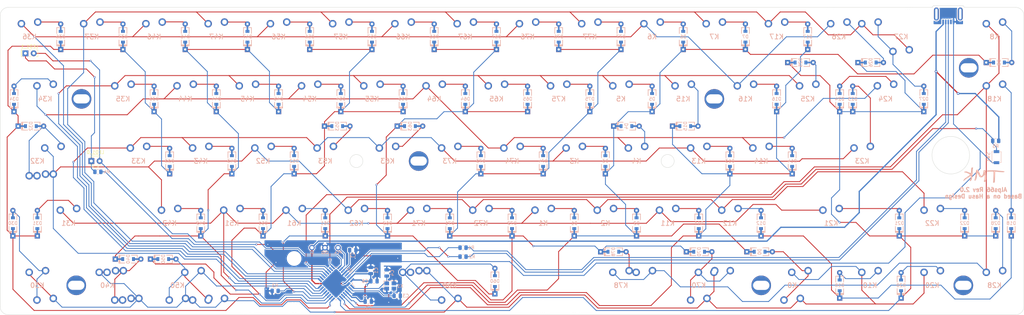
<source format=kicad_pcb>
(kicad_pcb (version 20211014) (generator pcbnew)
  (title_block (title "TMK66 alps keyboard PCB") (company "TMK"))
  (layers (0 "F.Cu" signal) (31 "B.Cu" signal) (34 "B.Paste" user) (35 "F.Paste" user) (36 "B.SilkS" user "B.Silkscreen") (37 "F.SilkS" user "F.Silkscreen") (38 "B.Mask" user) (39 "F.Mask" user) (44 "Edge.Cuts" user))
  (net 0 "")
  (net 1 "+5V")
  (net 2 "GND")
  (net 3 "Net-(C2-Pad1)")
  (net 4 "Net-(C3-Pad1)")
  (net 5 "Net-(C4-Pad1)")
  (net 6 "Net-(R3-Pad1)")
  (net 7 "/D-")
  (net 8 "/D+")
  (net 9 "/D-R")
  (net 10 "/D+R")
  (net 11 "/row0")
  (net 12 "/row1")
  (net 13 "/row2")
  (net 14 "/row3")
  (net 15 "/row4")
  (net 16 "/row5")
  (net 17 "/row6")
  (net 18 "/row7")
  (net 19 "/col0")
  (net 20 "/col1")
  (net 21 "/col2")
  (net 22 "/col3")
  (net 23 "/col4")
  (net 24 "/col5")
  (net 25 "/col6")
  (net 26 "/col7")
  (net 27 "Net-(D10-Pad2)")
  (net 28 "Net-(D11-Pad2)")
  (net 29 "Net-(D12-Pad2)")
  (net 30 "Net-(D13-Pad2)")
  (net 31 "Net-(D14-Pad2)")
  (net 32 "Net-(D15-Pad2)")
  (net 33 "Net-(D16-Pad2)")
  (net 34 "Net-(D17-Pad2)")
  (net 35 "Net-(D20-Pad2)")
  (net 36 "Net-(D21-Pad2)")
  (net 37 "Net-(D22-Pad2)")
  (net 38 "Net-(D23-Pad2)")
  (net 39 "Net-(D24-Pad2)")
  (net 40 "Net-(D25-Pad2)")
  (net 41 "Net-(D26-Pad2)")
  (net 42 "Net-(D27-Pad2)")
  (net 43 "Net-(D30-Pad2)")
  (net 44 "Net-(D31-Pad2)")
  (net 45 "Net-(D32-Pad2)")
  (net 46 "Net-(D33-Pad2)")
  (net 47 "Net-(D34-Pad2)")
  (net 48 "Net-(D35-Pad2)")
  (net 49 "Net-(D36-Pad2)")
  (net 50 "Net-(D37-Pad2)")
  (net 51 "Net-(D40-Pad2)")
  (net 52 "Net-(D42-Pad2)")
  (net 53 "Net-(D43-Pad2)")
  (net 54 "Net-(D44-Pad2)")
  (net 55 "Net-(D45-Pad2)")
  (net 56 "Net-(D46-Pad2)")
  (net 57 "Net-(D47-Pad2)")
  (net 58 "Net-(D50-Pad2)")
  (net 59 "Net-(D51-Pad2)")
  (net 60 "Net-(D52-Pad2)")
  (net 61 "Net-(D53-Pad2)")
  (net 62 "Net-(D54-Pad2)")
  (net 63 "Net-(D55-Pad2)")
  (net 64 "Net-(D56-Pad2)")
  (net 65 "Net-(D57-Pad2)")
  (net 66 "Net-(D60-Pad2)")
  (net 67 "Net-(D61-Pad2)")
  (net 68 "Net-(D62-Pad2)")
  (net 69 "Net-(D63-Pad2)")
  (net 70 "Net-(D64-Pad2)")
  (net 71 "Net-(D65-Pad2)")
  (net 72 "Net-(D66-Pad2)")
  (net 73 "Net-(D67-Pad2)")
  (net 74 "Net-(D70-Pad2)")
  (net 75 "Net-(D71-Pad2)")
  (net 76 "Net-(D72-Pad2)")
  (net 77 "Net-(D73-Pad2)")
  (net 78 "Net-(D74-Pad2)")
  (net 79 "Net-(D75-Pad2)")
  (net 80 "Net-(D76-Pad2)")
  (net 81 "Net-(D77-Pad2)")
  (net 84 "Net-(R5-Pad1)")
  (net 85 "Net-(D0-Pad2)")
  (net 86 "Net-(D1-Pad2)")
  (net 87 "Net-(D2-Pad2)")
  (net 88 "Net-(D3-Pad2)")
  (net 89 "Net-(D4-Pad2)")
  (net 90 "Net-(D5-Pad2)")
  (net 91 "Net-(D6-Pad2)")
  (net 92 "Net-(D7-Pad2)")
  (net 93 "Net-(D8-Pad2)")
  (net 94 "Net-(D18-Pad2)")
  (net 95 "Net-(D28-Pad2)")
  (net 96 "/col8")
  (net 97 "Net-(D78-Pad2)")
  (net 98 "Net-(LED1_0-Pad1)")
  (net 99 "Net-(LED1_0-Pad2)")
  (net 101 "Net-(Pin3-Pad1)")
  (footprint "Keyboard_Footprints:Oval_Mounting_Hole" (layer "F.Cu") (at 323.85 114.3)
    (fp_text reference "Oval_Mounting_Hole" hide)
    (fp_text value "" hide)
  )
  (footprint "Keyboard_Footprints:Oval_Mounting_Hole" (layer "F.Cu") (at 52.3875 114.2875)
    (fp_text reference "Oval_Mounting_Hole" hide)
    (fp_text value "" hide)
  )
  (footprint "Keyboard_Footprints:Oval_Mounting_Hole" (layer "F.Cu") (at 54 57.1375)
    (fp_text reference "Oval_Mounting_Hole" hide)
    (fp_text value "" hide)
  )
  (footprint "Keyboard_Footprints:Oval_Mounting_Hole" (layer "F.Cu") (at 262 114.3)
    (fp_text reference "Oval_Mounting_Hole" hide)
    (fp_text value "" hide)
  )
  (footprint "Keyboard_Footprints:2u_stab" (layer "F.Cu") (at 295.275 38.1 180)
    (fp_text reference "2u" hide)
    (fp_text value "")
  )
  (footprint "Keyboard_Footprints:2u_stab" (layer "F.Cu") (at 283.36875 95.25)
    (fp_text reference "2u" hide)
    (fp_text value "")
  )
  (footprint "Keyboard_Footprints:2u_stab" (layer "F.Cu") (at 50.00625 95.25)
    (fp_text reference "2u" hide)
    (fp_text value "")
  )
  (footprint "Keyboard_Footprints:2u_stab" (layer "F.Cu") (at 292.89375 76.2)
    (fp_text reference "2u" hide)
    (fp_text value "")
  )
  (footprint "Keyboard_Footprints:Oval_Mounting_Hole" (layer "F.Cu") (at 157.1625 76.2)
    (fp_text reference "Oval_Mounting_Hole" hide)
    (fp_text value "" hide)
  )
  (footprint "Keyboard_Footprints:Oval_Mounting_Hole" (layer "F.Cu") (at 247.65 57.15)
    (fp_text reference "Oval_Mounting_Hole" hide)
    (fp_text value "" hide)
  )
  (footprint "Keyboard_Footprints:Oval_Mounting_Hole" (layer "F.Cu") (at 325.5 47.625)
    (fp_text reference "Oval_Mounting_Hole" hide)
    (fp_text value "" hide)
  )
  (footprint "Keyboard_Footprints:6u_stab_SP" (layer "F.Cu") (at 157.1625 114.3 180)
    (fp_text reference "6u_stab" hide)
    (fp_text value "")
  )
  (footprint "Keyboard_Footprints:6.25u_stab" (layer "F.Cu") (at 154.78125 114.3 180)
    (fp_text reference "6.25u_stab" hide)
    (fp_text value "")
  )
  (footprint "LED_THT:LED_Rectangular_W5.0mm_H2.0mm" (layer "F.Cu") (at 36.83 43.18)
    (fp_text reference "LED1_1")
    (fp_text value "5mm_Rectangular")
  )
  (footprint "LED_THT:LED_D3.0mm" (layer "F.Cu") (at 57 76.2)
    (fp_text reference "LED1_0")
    (fp_text value "3mm")
  )
  (footprint "Keyboard_Footprints:Alps" (layer "F.Cu") (at 271.4625 114.3 180)
    (fp_text reference "K0")
    (fp_text value "KEYSW")
  )
  (footprint "Keyboard_Footprints:Alps" (layer "F.Cu") (at 195.2625 95.25)
    (fp_text reference "K1")
    (fp_text value "KEYSW")
  )
  (footprint "Keyboard_Footprints:Alps" (layer "F.Cu") (at 214.3125 95.25)
    (fp_text reference "K2")
    (fp_text value "KEYSW")
  )
  (footprint "Keyboard_Footprints:Alps" (layer "F.Cu") (at 204.7875 76.2)
    (fp_text reference "K3")
    (fp_text value "KEYSW")
  )
  (footprint "Keyboard_Footprints:Alps" (layer "F.Cu") (at 223.8375 76.2)
    (fp_text reference "K4")
    (fp_text value "KEYSW")
  )
  (footprint "Keyboard_Footprints:Alps" (layer "F.Cu") (at 219.075 57.15)
    (fp_text reference "K5")
    (fp_text value "KEYSW")
  )
  (footprint "Keyboard_Footprints:Alps" (layer "F.Cu") (at 228.6 38.1)
    (fp_text reference "K6")
    (fp_text value "KEYSW")
  )
  (footprint "Keyboard_Footprints:Alps" (layer "F.Cu") (at 247.65 38.1)
    (fp_text reference "K7")
    (fp_text value "KEYSW")
  )
  (footprint "Keyboard_Footprints:Alps" (layer "F.Cu") (at 333.375 38.1)
    (fp_text reference "K8")
    (fp_text value "KEYSW")
  )
  (footprint "Keyboard_Footprints:Alps" (layer "F.Cu") (at 295.275 114.3)
    (fp_text reference "K10")
    (fp_text value "KEYSW")
  )
  (footprint "Keyboard_Footprints:Alps" (layer "F.Cu") (at 233.3625 95.25)
    (fp_text reference "K11")
    (fp_text value "KEYSW")
  )
  (footprint "Keyboard_Footprints:Alps" (layer "F.Cu") (at 252.4125 95.25)
    (fp_text reference "K12")
    (fp_text value "KEYSW")
  )
  (footprint "Keyboard_Footprints:Alps" (layer "F.Cu") (at 242.8875 76.2)
    (fp_text reference "K13")
    (fp_text value "KEYSW")
  )
  (footprint "Keyboard_Footprints:Alps" (layer "F.Cu") (at 261.9375 76.2)
    (fp_text reference "K14")
    (fp_text value "KEYSW")
  )
  (footprint "Keyboard_Footprints:Alps" (layer "F.Cu") (at 238.125 57.15)
    (fp_text reference "K15")
    (fp_text value "KEYSW")
  )
  (footprint "Keyboard_Footprints:Alps" (layer "F.Cu") (at 257.175 57.15)
    (fp_text reference "K16")
    (fp_text value "KEYSW")
  )
  (footprint "Keyboard_Footprints:Alps" (layer "F.Cu") (at 266.7 38.1)
    (fp_text reference "K17")
    (fp_text value "KEYSW")
  )
  (footprint "Keyboard_Footprints:Alps" (layer "F.Cu") (at 333.375 57.15)
    (fp_text reference "K18")
    (fp_text value "KEYSW")
  )
  (footprint "Keyboard_Footprints:Alps" (layer "F.Cu") (at 314.325 114.3)
    (fp_text reference "K20")
    (fp_text value "KEYSW")
  )
  (footprint "Keyboard_Footprints:Alps" (layer "F.Cu") (at 283.36875 95.25)
    (fp_text reference "K21")
    (fp_text value "KEYSW")
  )
  (footprint "Keyboard_Footprints:Alps" (layer "F.Cu") (at 314.325 95.25)
    (fp_text reference "K22")
    (fp_text value "KEYSW")
  )
  (footprint "Keyboard_Footprints:Alps" (layer "F.Cu") (at 292.89375 76.2)
    (fp_text reference "K23")
    (fp_text value "KEYSW")
  )
  (footprint "Keyboard_Footprints:Alps" (layer "F.Cu") (at 300.0375 57.15)
    (fp_text reference "K24")
    (fp_text value "KEYSW")
  )
  (footprint "Keyboard_Footprints:Alps" (layer "F.Cu") (at 276.225 57.15)
    (fp_text reference "K25")
    (fp_text value "KEYSW")
  )
  (footprint "Keyboard_Footprints:Alps" (layer "F.Cu") (at 285.75 38.1)
    (fp_text reference "K26")
    (fp_text value "KEYSW")
  )
  (footprint "Keyboard_Footprints:Alps" (layer "F.Cu") (at 304.8 38.1 180)
    (fp_text reference "K27")
    (fp_text value "KEYSW")
  )
  (footprint "Keyboard_Footprints:Alps" (layer "F.Cu") (at 333.375 114.3)
    (fp_text reference "K28")
    (fp_text value "KEYSW")
  )
  (footprint "Keyboard_Footprints:Alps" (layer "F.Cu") (at 40.48125 114.3)
    (fp_text reference "K30")
    (fp_text value "KEYSW")
  )
  (footprint "Keyboard_Footprints:Alps" (layer "F.Cu") (at 50.00625 95.25)
    (fp_text reference "K31")
    (fp_text value "KEYSW")
  )
  (footprint "Keyboard_Footprints:Alps" (layer "F.Cu") (at 40.48125 76.2 180)
    (fp_text reference "K32")
    (fp_text value "KEYSW")
  )
  (footprint "Keyboard_Footprints:Alps" (layer "F.Cu") (at 71.4375 76.2)
    (fp_text reference "K33")
    (fp_text value "KEYSW")
  )
  (footprint "Keyboard_Footprints:Alps" (layer "F.Cu") (at 42.8625 57.15)
    (fp_text reference "K34")
    (fp_text value "KEYSW")
  )
  (footprint "Keyboard_Footprints:Alps" (layer "F.Cu") (at 66.675 57.15)
    (fp_text reference "K35")
    (fp_text value "KEYSW")
  )
  (footprint "Keyboard_Footprints:Alps" (layer "F.Cu") (at 38.1 38.1)
    (fp_text reference "K36")
    (fp_text value "KEYSW")
  )
  (footprint "Keyboard_Footprints:Alps" (layer "F.Cu") (at 57.15 38.1)
    (fp_text reference "K37")
    (fp_text value "KEYSW")
  )
  (footprint "Keyboard_Footprints:Alps" (layer "F.Cu") (at 219.075 114.3)
    (fp_text reference "K78")
    (fp_text value "KEYSW")
  )
  (footprint "Keyboard_Footprints:Alps" (layer "F.Cu") (at 61.9125 114.3)
    (fp_text reference "K40")
    (fp_text value "KEYSW")
  )
  (footprint "Keyboard_Footprints:Alps" (layer "F.Cu") (at 80.9625 95.25)
    (fp_text reference "K42")
    (fp_text value "KEYSW")
  )
  (footprint "Keyboard_Footprints:Alps" (layer "F.Cu") (at 90.4875 76.2)
    (fp_text reference "K43")
    (fp_text value "KEYSW")
  )
  (footprint "Keyboard_Footprints:Alps" (layer "F.Cu") (at 85.725 57.15)
    (fp_text reference "K44")
    (fp_text value "KEYSW")
  )
  (footprint "Keyboard_Footprints:Alps" (layer "F.Cu") (at 104.775 57.15)
    (fp_text reference "K45")
    (fp_text value "KEYSW")
  )
  (footprint "Keyboard_Footprints:Alps" (layer "F.Cu") (at 76.2 38.1)
    (fp_text reference "K46")
    (fp_text value "KEYSW")
  )
  (footprint "Keyboard_Footprints:Alps" (layer "F.Cu") (at 95.25 38.1)
    (fp_text reference "K47")
    (fp_text value "KEYSW")
  )
  (footprint "Keyboard_Footprints:Alps" (layer "F.Cu") (at 100.0125 95.25)
    (fp_text reference "K51")
    (fp_text value "KEYSW")
  )
  (footprint "Keyboard_Footprints:Alps" (layer "F.Cu") (at 109.5375 76.2)
    (fp_text reference "K52")
    (fp_text value "KEYSW")
  )
  (footprint "Keyboard_Footprints:Alps" (layer "F.Cu") (at 128.5875 76.2)
    (fp_text reference "K53")
    (fp_text value "KEYSW")
  )
  (footprint "Keyboard_Footprints:Alps" (layer "F.Cu") (at 123.825 57.15)
    (fp_text reference "K54")
    (fp_text value "KEYSW")
  )
  (footprint "Keyboard_Footprints:Alps" (layer "F.Cu") (at 142.875 57.15)
    (fp_text reference "K55")
    (fp_text value "KEYSW")
  )
  (footprint "Keyboard_Footprints:Alps" (layer "F.Cu") (at 114.3 38.1)
    (fp_text reference "K56")
    (fp_text value "KEYSW")
  )
  (footprint "Keyboard_Footprints:Alps" (layer "F.Cu") (at 133.35 38.1)
    (fp_text reference "K57")
    (fp_text value "KEYSW")
  )
  (footprint "Keyboard_Footprints:Alps" (layer "F.Cu") (at 166.6875 114.3 180)
    (fp_text reference "K60")
    (fp_text value "KEYSW")
  )
  (footprint "Keyboard_Footprints:Alps" (layer "F.Cu") (at 119.0625 95.25)
    (fp_text reference "K61")
    (fp_text value "KEYSW")
  )
  (footprint "Keyboard_Footprints:Alps" (layer "F.Cu") (at 138.1125 95.25)
    (fp_text reference "K62")
    (fp_text value "KEYSW")
  )
  (footprint "Keyboard_Footprints:Alps" (layer "F.Cu") (at 147.6375 76.2)
    (fp_text reference "K63")
    (fp_text value "KEYSW")
  )
  (footprint "Keyboard_Footprints:Alps" (layer "F.Cu") (at 161.925 57.15)
    (fp_text reference "K64")
    (fp_text value "KEYSW")
  )
  (footprint "Keyboard_Footprints:Alps" (layer "F.Cu") (at 180.975 57.15)
    (fp_text reference "K65")
    (fp_text value "KEYSW")
  )
  (footprint "Keyboard_Footprints:Alps" (layer "F.Cu") (at 152.4 38.1)
    (fp_text reference "K66")
    (fp_text value "KEYSW")
  )
  (footprint "Keyboard_Footprints:Alps" (layer "F.Cu") (at 171.45 38.1)
    (fp_text reference "K67")
    (fp_text value "KEYSW")
  )
  (footprint "Keyboard_Footprints:Alps" (layer "F.Cu") (at 242.8875 114.3 180)
    (fp_text reference "K70")
    (fp_text value "KEYSW")
  )
  (footprint "Keyboard_Footprints:Alps" (layer "F.Cu") (at 157.1625 95.25)
    (fp_text reference "K71")
    (fp_text value "KEYSW")
  )
  (footprint "Keyboard_Footprints:Alps" (layer "F.Cu") (at 176.2125 95.25)
    (fp_text reference "K72")
    (fp_text value "KEYSW")
  )
  (footprint "Keyboard_Footprints:Alps" (layer "F.Cu") (at 166.6875 76.2)
    (fp_text reference "K73")
    (fp_text value "KEYSW")
  )
  (footprint "Keyboard_Footprints:Alps" (layer "F.Cu") (at 185.7375 76.2)
    (fp_text reference "K74")
    (fp_text value "KEYSW")
  )
  (footprint "Keyboard_Footprints:Alps" (layer "F.Cu") (at 200.025 57.15)
    (fp_text reference "K75")
    (fp_text value "KEYSW")
  )
  (footprint "Keyboard_Footprints:Alps" (layer "F.Cu") (at 190.5 38.1)
    (fp_text reference "K76")
    (fp_text value "KEYSW")
  )
  (footprint "Keyboard_Footprints:Alps" (layer "F.Cu") (at 209.55 38.1)
    (fp_text reference "K77")
    (fp_text value "KEYSW")
  )
  (footprint "Keyboard_Footprints:Alps_Secondary" (layer "F.Cu") (at 273.84375 114.3)
    (fp_text reference "K00_1")
    (fp_text value "KEYSW")
  )
  (footprint "Keyboard_Footprints:Alps_Secondary" (layer "F.Cu") (at 295.275 38.1)
    (fp_text reference "K27_1")
    (fp_text value "KEYSW")
  )
  (footprint "Keyboard_Footprints:Alps_Secondary" (layer "F.Cu") (at 42.8625 114.3 180)
    (fp_text reference "K30_1")
    (fp_text value "KEYSW")
  )
  (footprint "Keyboard_Footprints:Alps_Secondary" (layer "F.Cu") (at 42.8625 76.2 180)
    (fp_text reference "K32_1")
    (fp_text value "KEYSW")
  )
  (footprint "Keyboard_Footprints:Alps_Secondary" (layer "F.Cu") (at 45.24375 76.2)
    (fp_text reference "K32_2")
    (fp_text value "KEYSW")
  )
  (footprint "Keyboard_Footprints:Alps_Secondary_Reversed" (layer "F.Cu") (at 226.21875 114.3)
    (fp_text reference "K78_1")
    (fp_text value "KEYSW")
  )
  (footprint "Keyboard_Footprints:Alps_Secondary" (layer "F.Cu") (at 64.29375 114.3)
    (fp_text reference "K40_1")
    (fp_text value "KEYSW")
  )
  (footprint "Keyboard_Footprints:Alps_Secondary" (layer "F.Cu") (at 66.675 114.3 180)
    (fp_text reference "K40_2")
    (fp_text value "KEYSW")
  )
  (footprint "Keyboard_Footprints:Alps_Secondary" (layer "F.Cu") (at 69.05625 114.3 180)
    (fp_text reference "K40_3")
    (fp_text value "KEYSW")
  )
  (footprint "Keyboard_Footprints:Alps_Secondary" (layer "F.Cu") (at 250.03125 114.3)
    (fp_text reference "K70_1")
    (fp_text value "KEYSW")
  )
  (footprint "Keyboard_Footprints:Alps_Secondary_Reversed" (layer "F.Cu") (at 245.26875 114.3)
    (fp_text reference "K70_2")
    (fp_text value "KEYSW")
  )
  (footprint "Keyboard_Footprints:Alps" (layer "F.Cu") (at 83.34375 114.3 180)
    (fp_text reference "K50")
    (fp_text value "KEYSW")
  )
  (footprint "Keyboard_Footprints:Alps_Secondary_Reversed" (layer "F.Cu") (at 88.10625 114.3)
    (fp_text reference "K50_1")
    (fp_text value "KEYSW")
  )
  (footprint "Keyboard_Footprints:Alps_Secondary_Reversed" (layer "F.Cu") (at 90.4875 114.3 180)
    (fp_text reference "K50_2")
    (fp_text value "KEYSW")
  )
  (footprint "Keyboard_Footprints:Alps_Secondary" (layer "F.Cu") (at 95.25 114.3 180)
    (fp_text reference "K50_3")
    (fp_text value "KEYSW")
  )
  (footprint "Keyboard_Footprints:Alps_Secondary_Reversed" (layer "F.Cu") (at 154.78125 114.3)
    (fp_text reference "K60_2")
    (fp_text value "KEYSW")
  )
  (footprint "Keyboard_Footprints:Alps_Secondary_Reversed" (layer "F.Cu") (at 157.1625 114.3)
    (fp_text reference "K60_1")
    (fp_text value "KEYSW")
  )
  (footprint "Keyboard_Footprints:Pin" (layer "F.Cu") (at 124.5 102.75)
    (fp_text reference "Pin1" hide)
    (fp_text value "5V")
  )
  (footprint "Keyboard_Footprints:Pin" (layer "F.Cu") (at 132.5 102.75)
    (fp_text reference "Pin3" hide)
    (fp_text value "PC4")
  )
  (footprint "Keyboard_Footprints:Pin" (layer "F.Cu") (at 128.5 102.75)
    (fp_text reference "Pin2" hide)
    (fp_text value "GND")
  )
  (footprint "Capacitor_SMD:C_0805_2012Metric" (layer "B.Cu") (at 137 103.5)
    (fp_text reference "C2")
    (fp_text value "1u")
  )
  (footprint "Capacitor_SMD:C_0805_2012Metric" (layer "B.Cu") (at 150.6 117.5)
    (fp_text reference "C3")
    (fp_text value "22p")
  )
  (footprint "Capacitor_SMD:C_0805_2012Metric" (layer "B.Cu") (at 147.4 110.5 90)
    (fp_text reference "C4")
    (fp_text value "22p")
  )
  (footprint "Resistor_SMD:R_0805_2012Metric" (layer "B.Cu") (at 59 79.5)
    (fp_text reference "R4")
    (fp_text value "1k")
  )
  (footprint "Button_Switch_SMD:SW_SPST_B3U-1000P-B" (layer "B.Cu") (at 334 75 -90)
    (fp_text reference "SW1")
    (fp_text value "SW_PUSH")
  )
  (footprint "Keyboard_Footprints:USB_miniB_hirose_5S8" (layer "B.Cu") (at 319.25 33.5375)
    (fp_text reference "J1" hide)
    (fp_text value "USB_mini_micro_B" hide)
  )
  (footprint "Package_QFP:LQFP-32_7x7mm_P0.8mm" (layer "B.Cu") (at 131.8875 113.6875 135)
    (fp_text reference "U1")
    (fp_text value "32U2")
  )
  (footprint "Resistor_SMD:R_0805_2012Metric" (layer "B.Cu") (at 170.75 105.5 180)
    (fp_text reference "R2")
    (fp_text value "22")
  )
  (footprint "Resistor_SMD:R_0805_2012Metric" (layer "B.Cu") (at 170.75 102.75 180)
    (fp_text reference "R1")
    (fp_text value "22")
  )
  (footprint "Capacitor_SMD:C_0805_2012Metric" (layer "B.Cu") (at 141.75 119.25)
    (fp_text reference "C5")
    (fp_text value "0.1u")
  )
  (footprint "Capacitor_SMD:C_0805_2012Metric" (layer "B.Cu") (at 143.5 113)
    (fp_text reference "C6")
    (fp_text value "0.1u")
  )
  (footprint "Resistor_SMD:R_0805_2012Metric" (layer "B.Cu") (at 113.25 116 180)
    (fp_text reference "R3")
    (fp_text value "1k")
  )
  (footprint "Resistor_SMD:R_0805_2012Metric" (layer "B.Cu") (at 333.75 70)
    (fp_text reference "R5")
    (fp_text value "10k")
  )
  (footprint "Keyboard_Footprints:Diode_123_Axial" (layer "B.Cu") (at 261.5 104 180)
    (fp_text reference "D0")
    (fp_text value "D" hide)
  )
  (footprint "Keyboard_Footprints:Diode_123_Axial" (layer "B.Cu") (at 204.7875 95.25 -90)
    (fp_text reference "D1")
    (fp_text value "D" hide)
  )
  (footprint "Keyboard_Footprints:Diode_123_Axial" (layer "B.Cu") (at 223.8375 95.25 -90)
    (fp_text reference "D2")
    (fp_text value "D" hide)
  )
  (footprint "Keyboard_Footprints:Diode_123_Axial" (layer "B.Cu") (at 214.3125 76.2 -90)
    (fp_text reference "D3")
    (fp_text value "D" hide)
  )
  (footprint "Keyboard_Footprints:Diode_123_Axial" (layer "B.Cu") (at 220.75 65.5 180)
    (fp_text reference "D4")
    (fp_text value "D" hide)
  )
  (footprint "Keyboard_Footprints:Diode_123_Axial" (layer "B.Cu") (at 228.6 57.15 -90)
    (fp_text reference "D5")
    (fp_text value "D" hide)
  )
  (footprint "Keyboard_Footprints:Diode_123_Axial" (layer "B.Cu") (at 238.125 38.1 -90)
    (fp_text reference "D6")
    (fp_text value "D" hide)
  )
  (footprint "Keyboard_Footprints:Diode_123_Axial" (layer "B.Cu") (at 257.1625 38.0875 -90)
    (fp_text reference "D7")
    (fp_text value "D" hide)
  )
  (footprint "Keyboard_Footprints:Diode_123_Axial" (layer "B.Cu") (at 334.75 46 180)
    (fp_text reference "D8")
    (fp_text value "D" hide)
  )
  (footprint "Keyboard_Footprints:Diode_123_Axial" (layer "B.Cu") (at 286 114.3 -90)
    (fp_text reference "D10")
    (fp_text value "D" hide)
  )
  (footprint "Keyboard_Footprints:Diode_123_Axial" (layer "B.Cu") (at 242.8875 95.25 -90)
    (fp_text reference "D11")
    (fp_text value "D" hide)
  )
  (footprint "Keyboard_Footprints:Diode_123_Axial" (layer "B.Cu") (at 261.9375 95.25 -90)
    (fp_text reference "D12")
    (fp_text value "D" hide)
  )
  (footprint "Keyboard_Footprints:Diode_123_Axial" (layer "B.Cu") (at 252.4125 76.2 -90)
    (fp_text reference "D13")
    (fp_text value "D" hide)
  )
  (footprint "Keyboard_Footprints:Diode_123_Axial" (layer "B.Cu") (at 271.4625 76.2 -90)
    (fp_text reference "D14")
    (fp_text value "D" hide)
  )
  (footprint "Keyboard_Footprints:Diode_123_Axial" (layer "B.Cu") (at 238.75 65.5 180)
    (fp_text reference "D15")
    (fp_text value "D" hide)
  )
  (footprint "Keyboard_Footprints:Diode_123_Axial" (layer "B.Cu") (at 266.7 57.15 -90)
    (fp_text reference "D16")
    (fp_text value "D" hide)
  )
  (footprint "Keyboard_Footprints:Diode_123_Axial" (layer "B.Cu") (at 276.225 38.1 -90)
    (fp_text reference "D17")
    (fp_text value "D" hide)
  )
  (footprint "Keyboard_Footprints:Diode_123_Axial" (layer "B.Cu") (at 304.8 114.3 -90)
    (fp_text reference "D20")
    (fp_text value "D" hide)
  )
  (footprint "Keyboard_Footprints:Diode_123_Axial" (layer "B.Cu") (at 304.25 95.25 -90)
    (fp_text reference "D21")
    (fp_text value "D" hide)
  )
  (footprint "Keyboard_Footprints:Diode_123_Axial" (layer "B.Cu") (at 324.25 95.25 -90)
    (fp_text reference "D22")
    (fp_text value "D" hide)
  )
  (footprint "Keyboard_Footprints:Diode_123_Axial" (layer "B.Cu") (at 290 57.15 -90)
    (fp_text reference "D23")
    (fp_text value "D" hide)
  )
  (footprint "Keyboard_Footprints:Diode_123_Axial" (layer "B.Cu") (at 286 57.15 -90)
    (fp_text reference "D24")
    (fp_text value "D" hide)
  )
  (footprint "Keyboard_Footprints:Diode_123_Axial" (layer "B.Cu") (at 274 46 180)
    (fp_text reference "D25")
    (fp_text value "D" hide)
  )
  (footprint "Keyboard_Footprints:Diode_123_Axial" (layer "B.Cu") (at 295.5 46 180)
    (fp_text reference "D26")
    (fp_text value "D" hide)
  )
  (footprint "Keyboard_Footprints:Diode_123_Axial" (layer "B.Cu") (at 311.75 57.15 -90)
    (fp_text reference "D27")
    (fp_text value "D" hide)
  )
  (footprint "Keyboard_Footprints:Diode_123_Axial" (layer "B.Cu") (at 333.75 95.25 -90)
    (fp_text reference "D28")
    (fp_text value "D" hide)
  )
  (footprint "Keyboard_Footprints:Diode_123_Axial" (layer "B.Cu") (at 33 95.25 -90)
    (fp_text reference "D30")
    (fp_text value "D" hide)
  )
  (footprint "Keyboard_Footprints:Diode_123_Axial" (layer "B.Cu") (at 40.48125 95.25 -90)
    (fp_text reference "D31")
    (fp_text value "D" hide)
  )
  (footprint "Keyboard_Footprints:Diode_123_Axial" (layer "B.Cu") (at 38.5 65.5 180)
    (fp_text reference "D32")
    (fp_text value "D" hide)
  )
  (footprint "Keyboard_Footprints:Diode_123_Axial" (layer "B.Cu") (at 80.9625 76.2 -90)
    (fp_text reference "D33")
    (fp_text value "D" hide)
  )
  (footprint "Keyboard_Footprints:Diode_123_Axial" (layer "B.Cu") (at 33.3375 57.15 -90)
    (fp_text reference "D34")
    (fp_text value "D" hide)
  )
  (footprint "Keyboard_Footprints:Diode_123_Axial" (layer "B.Cu") (at 76.2 57.15 -90)
    (fp_text reference "D35")
    (fp_text value "D" hide)
  )
  (footprint "Keyboard_Footprints:Diode_123_Axial" (layer "B.Cu") (at 47.625 38.1 -90)
    (fp_text reference "D36")
    (fp_text value "D" hide)
  )
  (footprint "Keyboard_Footprints:Diode_123_Axial" (layer "B.Cu") (at 66.675 38.1 -90)
    (fp_text reference "D37")
    (fp_text value "D" hide)
  )
  (footprint "Keyboard_Footprints:Diode_123_Axial" (layer "B.Cu") (at 216.75 104 180)
    (fp_text reference "D78")
    (fp_text value "D" hide)
  )
  (footprint "Keyboard_Footprints:Diode_123_Axial" (layer "B.Cu") (at 68.25 106.25 180)
    (fp_text reference "D40")
    (fp_text value "D" hide)
  )
  (footprint "Keyboard_Footprints:Diode_123_Axial" (layer "B.Cu") (at 90.4875 95.25 -90)
    (fp_text reference "D42")
    (fp_text value "D" hide)
  )
  (footprint "Keyboard_Footprints:Diode_123_Axial" (layer "B.Cu") (at 100.0125 76.2 -90)
    (fp_text reference "D43")
    (fp_text value "D" hide)
  )
  (footprint "Keyboard_Footprints:Diode_123_Axial" (layer "B.Cu") (at 95.25 57.15 -90)
    (fp_text reference "D44")
    (fp_text value "D" hide)
  )
  (footprint "Keyboard_Footprints:Diode_123_Axial" (layer "B.Cu") (at 114.3 57.15 -90)
    (fp_text reference "D45")
    (fp_text value "D" hide)
  )
  (footprint "Keyboard_Footprints:Diode_123_Axial" (layer "B.Cu") (at 85.725 38.1 -90)
    (fp_text reference "D46")
    (fp_text value "D" hide)
  )
  (footprint "Keyboard_Footprints:Diode_123_Axial" (layer "B.Cu") (at 104.775 38.1 -90)
    (fp_text reference "D47")
    (fp_text value "D" hide)
  )
  (footprint "Keyboard_Footprints:Diode_123_Axial" (layer "B.Cu") (at 109.5375 95.25 -90)
    (fp_text reference "D51")
    (fp_text value "D" hide)
  )
  (footprint "Keyboard_Footprints:Diode_123_Axial" (layer "B.Cu") (at 119.0625 76.2 -90)
    (fp_text reference "D52")
    (fp_text value "D" hide)
  )
  (footprint "Keyboard_Footprints:Diode_123_Axial" (layer "B.Cu") (at 132.25 65.5 180)
    (fp_text reference "D53")
    (fp_text value "D" hide)
  )
  (footprint "Keyboard_Footprints:Diode_123_Axial" (layer "B.Cu") (at 133.35 57.15 -90)
    (fp_text reference "D54")
    (fp_text value "D" hide)
  )
  (footprint "Keyboard_Footprints:Diode_123_Axial" (layer "B.Cu") (at 152.4 57.15 -90)
    (fp_text reference "D55")
    (fp_text value "D" hide)
  )
  (footprint "Keyboard_Footprints:Diode_123_Axial" (layer "B.Cu") (at 123.825 38.1 -90)
    (fp_text reference "D56")
    (fp_text value "D" hide)
  )
  (footprint "Keyboard_Footprints:Diode_123_Axial" (layer "B.Cu") (at 142.875 38.1 -90)
    (fp_text reference "D57")
    (fp_text value "D" hide)
  )
  (footprint "Keyboard_Footprints:Diode_123_Axial" (layer "B.Cu") (at 180.5 113 -90)
    (fp_text reference "D60")
    (fp_text value "D" hide)
  )
  (footprint "Keyboard_Footprints:Diode_123_Axial" (layer "B.Cu") (at 128.5875 95.25 -90)
    (fp_text reference "D61")
    (fp_text value "D" hide)
  )
  (footprint "Keyboard_Footprints:Diode_123_Axial" (layer "B.Cu") (at 147.6375 95.25 -90)
    (fp_text reference "D62")
    (fp_text value "D" hide)
  )
  (footprint "Keyboard_Footprints:Diode_123_Axial" (layer "B.Cu") (at 154.5 65.5 180)
    (fp_text reference "D63")
    (fp_text value "D" hide)
  )
  (footprint "Keyboard_Footprints:Diode_123_Axial" (layer "B.Cu") (at 171.45 57.15 -90)
    (fp_text reference "D64")
    (fp_text value "D" hide)
  )
  (footprint "Keyboard_Footprints:Diode_123_Axial" (layer "B.Cu") (at 190.5 57.15 -90)
    (fp_text reference "D65")
    (fp_text value "D" hide)
  )
  (footprint "Keyboard_Footprints:Diode_123_Axial" (layer "B.Cu") (at 161.925 38.1 -90)
    (fp_text reference "D66")
    (fp_text value "D" hide)
  )
  (footprint "Keyboard_Footprints:Diode_123_Axial" (layer "B.Cu") (at 180.975 38.1 -90)
    (fp_text reference "D67")
    (fp_text value "D" hide)
  )
  (footprint "Keyboard_Footprints:Diode_123_Axial" (layer "B.Cu") (at 243 104 180)
    (fp_text reference "D70")
    (fp_text value "D" hide)
  )
  (footprint "Keyboard_Footprints:Diode_123_Axial" (layer "B.Cu") (at 166.6875 95.25 -90)
    (fp_text reference "D71")
    (fp_text value "D" hide)
  )
  (footprint "Keyboard_Footprints:Diode_123_Axial" (layer "B.Cu") (at 185.7375 95.25 -90)
    (fp_text reference "D72")
    (fp_text value "D" hide)
  )
  (footprint "Keyboard_Footprints:Diode_123_Axial" (layer "B.Cu") (at 176.2125 76.2 -90)
    (fp_text reference "D73")
    (fp_text value "D" hide)
  )
  (footprint "Keyboard_Footprints:Diode_123_Axial" (layer "B.Cu") (at 195.2625 76.2 -90)
    (fp_text reference "D74")
    (fp_text value "D" hide)
  )
  (footprint "Keyboard_Footprints:Diode_123_Axial" (layer "B.Cu") (at 209.55 57.15 -90)
    (fp_text reference "D75")
    (fp_text value "D" hide)
  )
  (footprint "Keyboard_Footprints:Diode_123_Axial" (layer "B.Cu") (at 200.025 38.1 -90)
    (fp_text reference "D76")
    (fp_text value "D" hide)
  )
  (footprint "Keyboard_Footprints:Diode_123_Axial" (layer "B.Cu") (at 219.075 38.1 -90)
    (fp_text reference "D77")
    (fp_text value "D" hide)
  )
  (footprint "Capacitor_SMD:C_0805_2012Metric" (layer "B.Cu") (at 142.5 109.75 90)
    (fp_text reference "C1")
    (fp_text value "4.7u")
  )
  (footprint "Keyboard_Footprints:Diode_123_Axial" (layer "B.Cu") (at 79 106.25 180)
    (fp_text reference "D50")
    (fp_text value "D" hide)
  )
  (footprint "Crystal:Crystal_SMD_SeikoEpson_FA238-4Pin_3.2x2.5mm" (layer "B.Cu") (at 148.5 114.5)
    (fp_text reference "X1")
    (fp_text value "16MHz_12pF" hide)
  )
  (footprint "Keyboard_Footprints:Diode_123_Axial" (layer "B.Cu") (at 338.5 95.25 -90)
    (fp_text reference "D18")
    (fp_text value "D" hide)
  )
  (footprint "Keyboard_Footprints:TMK_Logo" (layer "B.Cu") (at 330 80.5 180)
    (fp_text reference "" hide)
    (fp_text value "" hide)
  )
  (gr_line (start 314.75 28.6) (end 323.75 28.6) (layer "Edge.Cuts") (width 0.1))
  (gr_circle (center 233.3625 76.2) (end 235.3625 76.2) (layer "Edge.Cuts") (width 0.1) (fill none))
  (gr_arc (start 339.875 29.1) (mid 341.642767 29.832233) (end 342.375 31.6) (layer "Edge.Cuts") (width 0.1))
  (gr_line (start 342.375 31.6) (end 342.375 120.8) (layer "Edge.Cuts") (width 0.1))
  (gr_line (start 31.6 123.3) (end 339.875 123.3) (layer "Edge.Cuts") (width 0.1))
  (gr_arc (start 31.6 123.3) (mid 29.832233 122.567767) (end 29.1 120.8) (layer "Edge.Cuts") (width 0.1))
  (gr_arc (start 29.1 31.6) (mid 29.832233 29.832233) (end 31.6 29.1) (layer "Edge.Cuts") (width 0.1))
  (gr_arc (start 323.75 28.6) (mid 323.926777 28.673223) (end 324 28.85) (layer "Edge.Cuts") (width 0.1))
  (gr_arc (start 314.5 28.85) (mid 314.426777 29.026777) (end 314.25 29.1) (layer "Edge.Cuts") (width 0.1))
  (gr_circle (center 138.1125 76.2) (end 140.1125 76.2) (layer "Edge.Cuts") (width 0.1) (fill none))
  (gr_arc (start 314.5 28.85) (mid 314.573223 28.673223) (end 314.75 28.6) (layer "Edge.Cuts") (width 0.1))
  (gr_arc (start 342.375 120.8) (mid 341.642767 122.567767) (end 339.875 123.3) (layer "Edge.Cuts") (width 0.1))
  (gr_arc (start 324.25 29.1) (mid 324.073223 29.026777) (end 324 28.85) (layer "Edge.Cuts") (width 0.1))
  (gr_line (start 31.6 29.1) (end 314.25 29.1) (layer "Edge.Cuts") (width 0.1))
  (gr_circle (center 320 74.4) (end 325.75 74.4) (layer "Edge.Cuts") (width 0.1) (fill none))
  (gr_line (start 324.25 29.1) (end 339.875 29.1) (layer "Edge.Cuts") (width 0.1))
  (gr_line (start 29.1 31.6) (end 29.1 120.8) (layer "Edge.Cuts") (width 0.1))
  (gr_text "Alps66 Rev 2.0\nBased on a Hasu Design" (at 330 86) (layer "B.SilkS") (effects (font (size 1.25 1.25) (thickness 0.3)) (justify mirror)))
  (segment (start 124.5 112.75) (end 124.5 102.75) (width 0.381) (layer "F.Cu") (net 1))
  (segment (start 322.25 55.5) (end 315.5 48.75) (width 0.381) (layer "F.Cu") (net 1))
  (segment (start 140.75 114.75) (end 141.25 114.25) (width 0.381) (layer "F.Cu") (net 1))
  (segment (start 134 113.75) (end 125.5 113.75) (width 0.381) (layer "F.Cu") (net 1))
  (segment (start 140.75 117.75) (end 140.75 114.75) (width 0.381) (layer "F.Cu") (net 1))
  (segment (start 124.5 112.75) (end 125.5 113.75) (width 0.381) (layer "F.Cu") (net 1))
  (via (at 140.75 117.75) (size 0.8) (drill 0.4) (layers "F.Cu" "B.Cu") (net 1))
  (via (at 322.25 55.5) (size 0.8) (drill 0.4) (layers "F.Cu" "B.Cu") (net 1))
  (via (at 315.5 48.75) (size 0.8) (drill 0.4) (layers "F.Cu" "B.Cu") (net 1))
  (via (at 134 113.75) (size 0.8) (drill 0.4) (layers "F.Cu" "B.Cu") (net 1))
  (via (at 141.25 114.25) (size 0.8) (drill 0.4) (layers "F.Cu" "B.Cu") (net 1))
  (segment (start 317.65 34.35) (end 317.65 33.5375) (width 0.381) (layer "B.Cu") (net 1))
  (segment (start 140.75 119.25) (end 140.75 117.75) (width 0.381) (layer "B.Cu") (net 1))
  (segment (start 142.5 113) (end 141.25 114.25) (width 0.381) (layer "B.Cu") (net 1))
  (segment (start 136.765686 118) (end 138 118) (width 0.381) (layer "B.Cu") (net 1))
  (segment (start 263.75 100.75) (end 126.5 100.75) (width 0.381) (layer "B.Cu") (net 1))
  (segment (start 327.5 55.5) (end 322.25 55.5) (width 0.381) (layer "B.Cu") (net 1))
  (segment (start 139.25 119.25) (end 140.75 119.25) (width 0.381) (layer "B.Cu") (net 1))
  (segment (start 315.5 62) (end 292 85.5) (width 0.381) (layer "B.Cu") (net 1))
  (segment (start 136.872603 112.662195) (end 139.662195 112.662195) (width 0.381) (layer "B.Cu") (net 1))
  (segment (start 139.662195 112.662195) (end 140 113) (width 0.381) (layer "B.Cu") (net 1))
  (segment (start 136.306917 112.09651) (end 137.653427 110.75) (width 0.381) (layer "B.Cu") (net 1))
  (segment (start 315.5 36.5) (end 317.65 34.35) (width 0.381) (layer "B.Cu") (net 1))
  (segment (start 136.271562 112.153438) (end 134.675 113.75) (width 0.381) (layer "B.Cu") (net 1))
  (segment (start 334.7 62.7) (end 334.7 70) (width 0.381) (layer "B.Cu") (net 1))
  (segment (start 135.175547 116.409861) (end 136.765686 118) (width 0.381) (layer "B.Cu") (net 1))
  (segment (start 138 118) (end 139.25 119.25) (width 0.381) (layer "B.Cu") (net 1))
  (segment (start 142.5 110.75) (end 142.5 113) (width 0.381) (layer "B.Cu") (net 1))
  (segment (start 268 96.5) (end 263.75 100.75) (width 0.381) (layer "B.Cu") (net 1))
  (segment (start 315.5 48.75) (end 315.5 36.5) (width 0.381) (layer "B.Cu") (net 1))
  (segment (start 292 85.5) (end 292 92) (width 0.381) (layer "B.Cu") (net 1))
  (segment (start 287.5 96.5) (end 268 96.5) (width 0.381) (layer "B.Cu") (net 1))
  (segment (start 126.5 100.75) (end 124.5 102.75) (width 0.381) (layer "B.Cu") (net 1))
  (segment (start 334.7 62.7) (end 327.5 55.5) (width 0.381) (layer "B.Cu") (net 1))
  (segment (start 292 92) (end 287.5 96.5) (width 0.381) (layer "B.Cu") (net 1))
  (segment (start 140 113) (end 142.5 113) (width 0.381) (layer "B.Cu") (net 1))
  (segment (start 134.675 113.75) (end 134 113.75) (width 0.381) (layer "B.Cu") (net 1))
  (segment (start 137.653427 110.75) (end 142.5 110.75) (width 0.381) (layer "B.Cu") (net 1))
  (segment (start 315.5 48.75) (end 315.5 62) (width 0.381) (layer "B.Cu") (net 1))
  (segment (start 110.5 115.5) (end 110.5 110.25) (width 0.254) (layer "F.Cu") (net 2))
  (segment (start 113.5 105.75) (end 113.5 104.25) (width 0.254) (layer "F.Cu") (net 2))
  (segment (start 107.5 101.75) (end 111 101.75) (width 0.254) (layer "F.Cu") (net 2))
  (segment (start 113.5 107.25) (end 113.5 105.75) (width 0.254) (layer "F.Cu") (net 2))
  (segment (start 148 116.75) (end 148 119.5) (width 0.254) (layer "F.Cu") (net 2))
  (segment (start 150 105.25) (end 150.75 106) (width 0.254) (layer "F.Cu") (net 2))
  (segment (start 110.5 110.25) (end 113.5 107.25) (width 0.254) (layer "F.Cu") (net 2))
  (segment (start 137.75 106) (end 138.5 105.25) (width 0.254) (layer "F.Cu") (net 2))
  (segment (start 113.5 104.25) (end 111 101.75) (width 0.254) (layer "F.Cu") (net 2))
  (segment (start 138.5 105.25) (end 150 105.25) (width 0.254) (layer "F.Cu") (net 2))
  (via (at 110.5 115.5) (size 0.6) (drill 0.3) (layers "F.Cu" "B.Cu") (net 2))
  (via (at 150.75 106) (size 0.6) (drill 0.3) (layers "F.Cu" "B.Cu") (net 2))
  (via (at 107.5 101.75) (size 0.6) (drill 0.3) (layers "F.Cu" "B.Cu") (net 2))
  (via (at 111 101.75) (size 0.6) (drill 0.3) (layers "F.Cu" "B.Cu") (net 2))
  (via (at 148 119.5) (size 0.6) (drill 0.3) (layers "F.Cu" "B.Cu") (net 2))
  (via (at 113.5 107.25) (size 0.6) (drill 0.3) (layers "F.Cu" "B.Cu") (net 2))
  (via (at 148 116.75) (size 0.6) (drill 0.3) (layers "F.Cu" "B.Cu") (net 2))
  (via (at 137.75 106) (size 0.6) (drill 0.3) (layers "F.Cu" "B.Cu") (net 2))
  (segment (start 185 107) (end 151.75 107) (width 0.254) (layer "B.Cu") (net 2))
  (segment (start 137.75 106) (end 137.75 107.259314) (width 0.254) (layer "B.Cu") (net 2))
  (segment (start 306 102.5) (end 301 107.5) (width 0.254) (layer "B.Cu") (net 2))
  (segment (start 189.25 111.25) (end 185 107) (width 0.254) (layer "B.Cu") (net 2))
  (segment (start 320.85 33.5375) (end 320.85 64.85) (width 0.254) (layer "B.Cu") (net 2))
  (segment (start 134.849505 110.15981) (end 134.574506 110.434809) (width 0.254) (layer "B.Cu") (net 2))
  (segment (start 211.5 107.5) (end 207.75 111.25) (width 0.254) (layer "B.Cu") (net 2))
  (segment (start 107.5 101.75) (end 88.5 101.75) (width 0.254) (layer "B.Cu") (net 2))
  (segment (start 86.75 100) (end 81.75 100) (width 0.254) (layer "B.Cu") (net 2))
  (segment (start 135.705877 115.80882) (end 135.705877 115.805877) (width 0.254) (layer "B.Cu") (net 2))
  (segment (start 320.85 64.85) (end 329 73) (width 0.254) (layer "B.Cu") (net 2))
  (segment (start 81.75 100) (end 61.25 79.5) (width 0.254) (layer "B.Cu") (net 2))
  (segment (start 61.25 79.5) (end 59.95 79.5) (width 0.254) (layer "B.Cu") (net 2))
  (segment (start 320 87.5) (end 310.5 87.5) (width 0.254) (layer "B.Cu") (net 2))
  (segment (start 329 73) (end 332.7 76.7) (width 0.254) (layer "B.Cu") (net 2))
  (segment (start 332.7 76.7) (end 334 76.7) (width 0.254) (layer "B.Cu") (net 2))
  (segment (start 207.75 111.25) (end 189.25 111.25) (width 0.254) (layer "B.Cu") (net 2))
  (segment (start 135.741232 115.844176) (end 136.647056 116.75) (width 0.254) (layer "B.Cu") (net 2))
  (segment (start 310.5 87.5) (end 306 92) (width 0.254) (layer "B.Cu") (net 2))
  (segment (start 137.75 107.259314) (end 134.609861 110.399453) (width 0.254) (layer "B.Cu") (net 2))
  (segment (start 301 107.5) (end 211.5 107.5) (width 0.254) (layer "B.Cu") (net 2))
  (segment (start 111 116) (end 110.5 115.5) (width 0.254) (layer "B.Cu") (net 2))
  (segment (start 147.4 116.15) (end 148 116.75) (width 0.254) (layer "B.Cu") (net 2))
  (segment (start 142.75 117.5) (end 142.75 119.25) (width 0.254) (layer "B.Cu") (net 2))
  (segment (start 329 73) (end 329 78.5) (width 0.254) (layer "B.Cu") (net 2))
  (segment (start 88.5 101.75) (end 86.75 100) (width 0.254) (layer "B.Cu") (net 2))
  (segment (start 147.4 115.3) (end 147.4 116.15) (width 0.254) (layer "B.Cu") (net 2))
  (segment (start 306 92) (end 306 102.5) (width 0.254) (layer "B.Cu") (net 2))
  (segment (start 142 116.75) (end 142.75 117.5) (width 0.254) (layer "B.Cu") (net 2))
  (segment (start 136.647056 116.75) (end 142 116.75) (width 0.254) (layer "B.Cu") (net 2))
  (segment (start 151.75 107) (end 150.75 106) (width 0.254) (layer "B.Cu") (net 2))
  (segment (start 134.574506 110.434809) (end 134.555191 110.434809) (width 0.254) (layer "B.Cu") (net 2))
  (segment (start 329 78.5) (end 320 87.5) (width 0.254) (layer "B.Cu") (net 2))
  (segment (start 112.3 116) (end 111 116) (width 0.254) (layer "B.Cu") (net 2))
  (segment (start 134.044176 109.833768) (end 136 107.877944) (width 0.254) (layer "B.Cu") (net 3))
  (segment (start 136 107.877944) (end 136 103.5) (width 0.254) (layer "B.Cu") (net 3))
  (segment (start 146.5 117.5) (end 149.6 117.5) (width 0.254) (layer "B.Cu") (net 4))
  (segment (start 136.306917 115.27849) (end 137.028427 116) (width 0.254) (layer "B.Cu") (net 4))
  (segment (start 149.6 115.3) (end 149.6 117.5) (width 0.254) (layer "B.Cu") (net 4))
  (segment (start 145 116) (end 146.5 117.5) (width 0.254) (layer "B.Cu") (net 4))
  (segment (start 137.028427 116) (end 145 116) (width 0.254) (layer "B.Cu") (net 4))
  (segment (start 146.55 113.7) (end 147.4 113.7) (width 0.254) (layer "B.Cu") (net 5))
  (segment (start 145 115.25) (end 146.55 113.7) (width 0.254) (layer "B.Cu") (net 5))
  (segment (start 136.837247 114.677449) (end 137.409798 115.25) (width 0.254) (layer "B.Cu") (net 5))
  (segment (start 137.409798 115.25) (end 145 115.25) (width 0.254) (layer "B.Cu") (net 5))
  (segment (start 147.4 113.7) (end 147.4 111.5) (width 0.254) (layer "B.Cu") (net 5))
  (segment (start 124.25 117.5) (end 122 115.25) (width 0.254) (layer "B.Cu") (net 6))
  (segment (start 128.599453 116.409861) (end 127.509314 117.5) (width 0.254) (layer "B.Cu") (net 6))
  (segment (start 116.75 115.25) (end 116 116) (width 0.254) (layer "B.Cu") (net 6))
  (segment (start 116 116) (end 114.2 116) (width 0.254) (layer "B.Cu") (net 6))
  (segment (start 128.634809 116.374506) (end 128.634809 116.402691) (width 0.254) (layer "B.Cu") (net 6))
  (segment (start 122 115.25) (end 116.75 115.25) (width 0.254) (layer "B.Cu") (net 6))
  (segment (start 127.509314 117.5) (end 124.25 117.5) (width 0.254) (layer "B.Cu") (net 6))
  (segment (start 309.5 73.25) (end 309.5 82) (width 0.254) (layer "B.Cu") (net 7))
  (segment (start 184.25 103.75) (end 174 103.75) (width 0.254) (layer "B.Cu") (net 7))
  (segment (start 173 102.75) (end 171.7 102.75) (width 0.254) (layer "B.Cu") (net 7))
  (segment (start 207 109.5) (end 190 109.5) (width 0.254) (layer "B.Cu") (net 7))
  (segment (start 309.5 82) (end 285.75 105.75) (width 0.254) (layer "B.Cu") (net 7))
  (segment (start 190 109.5) (end 184.25 103.75) (width 0.254) (layer "B.Cu") (net 7))
  (segment (start 285.75 105.75) (end 210.75 105.75) (width 0.254) (layer "B.Cu") (net 7))
  (segment (start 318.45 33.5375) (end 318.45 64.3) (width 0.254) (layer "B.Cu") (net 7))
  (segment (start 210.75 105.75) (end 207 109.5) (width 0.254) (layer "B.Cu") (net 7))
  (segment (start 174 103.75) (end 173 102.75) (width 0.254) (layer "B.Cu") (net 7))
  (segment (start 318.45 64.3) (end 309.5 73.25) (width 0.254) (layer "B.Cu") (net 7))
  (segment (start 319.25 64.5) (end 310.25 73.5) (width 0.254) (layer "B.Cu") (net 8))
  (segment (start 286 106.5) (end 211 106.5) (width 0.254) (layer "B.Cu") (net 8))
  (segment (start 319.25 33.5375) (end 319.25 64.5) (width 0.254) (layer "B.Cu") (net 8))
  (segment (start 173 105.5) (end 171.7 105.5) (width 0.254) (layer "B.Cu") (net 8))
  (segment (start 174 104.5) (end 173 105.5) (width 0.254) (layer "B.Cu") (net 8))
  (segment (start 310.25 73.5) (end 310.25 82.25) (width 0.254) (layer "B.Cu") (net 8))
  (segment (start 189.75 110.25) (end 184 104.5) (width 0.254) (layer "B.Cu") (net 8))
  (segment (start 207.25 110.25) (end 189.75 110.25) (width 0.254) (layer "B.Cu") (net 8))
  (segment (start 211 106.5) (end 207.25 110.25) (width 0.254) (layer "B.Cu") (net 8))
  (segment (start 184 104.5) (end 174 104.5) (width 0.254) (layer "B.Cu") (net 8))
  (segment (start 310.25 82.25) (end 286 106.5) (width 0.254) (layer "B.Cu") (net 8))
  (segment (start 160 105.5) (end 159 104.5) (width 0.254) (layer "B.Cu") (net 9))
  (segment (start 142.772056 104.5) (end 135.741232 111.530824) (width 0.254) (layer "B.Cu") (net 9))
  (segment (start 159 104.5) (end 142.772056 104.5) (width 0.254) (layer "B.Cu") (net 9))
  (segment (start 169.8 102.75) (end 166.25 102.75) (width 0.254) (layer "B.Cu") (net 9))
  (segment (start 166.25 102.75) (end 163.5 105.5) (width 0.254) (layer "B.Cu") (net 9))
  (segment (start 163.5 105.5) (end 160 105.5) (width 0.254) (layer "B.Cu") (net 9))
  (segment (start 166.25 105.5) (end 163.5 102.75) (width 0.254) (layer "F.Cu") (net 10))
  (via (at 166.25 105.5) (size 0.6) (drill 0.3) (layers "F.Cu" "B.Cu") (net 10))
  (via (at 163.5 102.75) (size 0.6) (drill 0.3) (layers "F.Cu" "B.Cu") (net 10))
  (segment (start 169.8 105.5) (end 166.25 105.5) (width 0.254) (layer "B.Cu") (net 10))
  (segment (start 163.5 102.75) (end 160 102.75) (width 0.254) (layer "B.Cu") (net 10))
  (segment (start 142.390686 103.75) (end 135.175547 110.965139) (width 0.254) (layer "B.Cu") (net 10))
  (segment (start 160 102.75) (end 159 103.75) (width 0.254) (layer "B.Cu") (net 10))
  (segment (start 159 103.75) (end 142.390686 103.75) (width 0.254) (layer "B.Cu") (net 10))
  (segment (start 249.1 95.5) (end 257.6 104) (width 0.254) (layer "F.Cu") (net 11))
  (segment (start 154.25 119.75) (end 159.75 114.25) (width 0.254) (layer "F.Cu") (net 11))
  (segment (start 238.25 95.5) (end 249.1 95.5) (width 0.254) (layer "F.Cu") (net 11))
  (segment (start 178.75 119.5) (end 183.625 119.5) (width 0.254) (layer "F.Cu") (net 11))
  (segment (start 183.625 119.5) (end 187.375 115.75) (width 0.254) (layer "F.Cu") (net 11))
  (segment (start 173.5 114.25) (end 178.75 119.5) (width 0.254) (layer "F.Cu") (net 11))
  (segment (start 200 103.9375) (end 204.7875 99.15) (width 0.254) (layer "F.Cu") (net 11))
  (segment (start 234.6 99.15) (end 238.25 95.5) (width 0.254) (layer "F.Cu") (net 11))
  (segment (start 159.75 114.25) (end 173.5 114.25) (width 0.254) (layer "F.Cu") (net 11))
  (segment (start 291.5 49.5) (end 308.75 49.5) (width 0.254) (layer "F.Cu") (net 11))
  (segment (start 314.5 43.75) (end 328.6 43.75) (width 0.254) (layer "F.Cu") (net 11))
  (segment (start 223.8375 99.15) (end 234.6 99.15) (width 0.254) (layer "F.Cu") (net 11))
  (segment (start 257.1625 41.9875) (end 238.1125 41.9875) (width 0.254) (layer "F.Cu") (net 11))
  (segment (start 200 112.25) (end 200 103.9375) (width 0.254) (layer "F.Cu") (net 11))
  (segment (start 187.375 115.75) (end 196.5 115.75) (width 0.254) (layer "F.Cu") (net 11))
  (segment (start 308.75 49.5) (end 314.5 43.75) (width 0.254) (layer "F.Cu") (net 11))
  (segment (start 257.1625 41.9875) (end 258.675 43.5) (width 0.254) (layer "F.Cu") (net 11))
  (segment (start 328.6 43.75) (end 330.85 46) (width 0.254) (layer "F.Cu") (net 11))
  (segment (start 285.5 43.5) (end 291.5 49.5) (width 0.254) (layer "F.Cu") (net 11))
  (segment (start 258.675 43.5) (end 285.5 43.5) (width 0.254) (layer "F.Cu") (net 11))
  (segment (start 196.5 115.75) (end 200 112.25) (width 0.254) (layer "F.Cu") (net 11))
  (via (at 154.25 119.75) (size 0.6) (drill 0.3) (layers "F.Cu" "B.Cu") (net 11))
  (segment (start 231 58.65) (end 231 49.125) (width 0.254) (layer "B.Cu") (net 11))
  (segment (start 231 49.125) (end 238.125 42) (width 0.254) (layer "B.Cu") (net 11))
  (segment (start 137.5 121) (end 153 121) (width 0.254) (layer "B.Cu") (net 11))
  (segment (start 216.85 65.5) (end 216.85 77.5625) (width 0.254) (layer "B.Cu") (net 11))
  (segment (start 220.5 95.8125) (end 223.8375 99.15) (width 0.254) (layer "B.Cu") (net 11))
  (segment (start 134.00882 117.50882) (end 137.5 121) (width 0.254) (layer "B.Cu") (net 11))
  (segment (start 228.6 61.05) (end 231 58.65) (width 0.254) (layer "B.Cu") (net 11))
  (segment (start 216.85 77.5625) (end 214.3125 80.1) (width 0.254) (layer "B.Cu") (net 11))
  (segment (start 204.775 99.1375) (end 223.825 99.1375) (width 0.254) (layer "B.Cu") (net 11))
  (segment (start 220.5 89.5) (end 220.5 95.8125) (width 0.254) (layer "B.Cu") (net 11))
  (segment (start 221.3 61.05) (end 216.85 65.5) (width 0.254) (layer "B.Cu") (net 11))
  (segment (start 228.6 61.05) (end 221.3 61.05) (width 0.254) (layer "B.Cu") (net 11))
  (segment (start 153 121) (end 154.25 119.75) (width 0.254) (layer "B.Cu") (net 11))
  (segment (start 214.3125 80.1) (end 214.3125 83.3125) (width 0.254) (layer "B.Cu") (net 11))
  (segment (start 214.3125 83.3125) (end 220.5 89.5) (width 0.254) (layer "B.Cu") (net 11))
  (segment (start 178.25 120.25) (end 184.25 120.25) (width 0.254) (layer "F.Cu") (net 12))
  (segment (start 234.5 114.25) (end 234.5 102.75) (width 0.254) (layer "F.Cu") (net 12))
  (segment (start 208.5 116.5) (end 212.5 120.5) (width 0.254) (layer "F.Cu") (net 12))
  (segment (start 286 118.2) (end 283.5 115.7) (width 0.254) (layer "F.Cu") (net 12))
  (segment (start 274.9 99.15) (end 261.9375 99.15) (width 0.254) (layer "F.Cu") (net 12))
  (segment (start 188 116.5) (end 208.5 116.5) (width 0.254) (layer "F.Cu") (net 12))
  (segment (start 283.5 107.75) (end 274.9 99.15) (width 0.254) (layer "F.Cu") (net 12))
  (segment (start 234.5 102.75) (end 238.1 99.15) (width 0.254) (layer "F.Cu") (net 12))
  (segment (start 134.5 120) (end 136 121.5) (width 0.254) (layer "F.Cu") (net 12))
  (segment (start 228.25 120.5) (end 234.5 114.25) (width 0.254) (layer "F.Cu") (net 12))
  (segment (start 212.5 120.5) (end 228.25 120.5) (width 0.254) (layer "F.Cu") (net 12))
  (segment (start 173 115) (end 178.25 120.25) (width 0.254) (layer "F.Cu") (net 12))
  (segment (start 160.75 115) (end 173 115) (width 0.254) (layer "F.Cu") (net 12))
  (segment (start 238.1 99.15) (end 242.8875 99.15) (width 0.254) (layer "F.Cu") (net 12))
  (segment (start 154.25 121.5) (end 160.75 115) (width 0.254) (layer "F.Cu") (net 12))
  (segment (start 252.4125 80.1) (end 271.4625 80.1) (width 0.254) (layer "F.Cu") (net 12))
  (segment (start 184.25 120.25) (end 188 116.5) (width 0.254) (layer "F.Cu") (net 12))
  (segment (start 136 121.5) (end 154.25 121.5) (width 0.254) (layer "F.Cu") (net 12))
  (segment (start 283.5 115.7) (end 283.5 107.75) (width 0.254) (layer "F.Cu") (net 12))
  (via (at 134.5 120) (size 0.6) (drill 0.3) (layers "F.Cu" "B.Cu") (net 12))
  (segment (start 245.0375 96.975) (end 245.0375 91.0375) (width 0.254) (layer "B.Cu") (net 12))
  (segment (start 245.0375 91.0375) (end 252.4 83.675) (width 0.254) (layer "B.Cu") (net 12))
  (segment (start 252.4 83.675) (end 252.4 80.0875) (width 0.254) (layer "B.Cu") (net 12))
  (segment (start 134.5 120) (end 134.5 119.128427) (width 0.254) (layer "B.Cu") (net 12))
  (segment (start 266.7 75.3375) (end 271.4625 80.1) (width 0.254) (layer "B.Cu") (net 12))
  (segment (start 269.5 58.25) (end 266.7 61.05) (width 0.254) (layer "B.Cu") (net 12))
  (segment (start 243.85 80.1) (end 252.4125 80.1) (width 0.254) (layer "B.Cu") (net 12))
  (segment (start 332 118.5) (end 338.5 112) (width 0.254) (layer "B.Cu") (net 12))
  (segment (start 286 118.2) (end 297.8 118.2) (width 0.254) (layer "B.Cu") (net 12))
  (segment (start 234.85 71.1) (end 234.85 65.5) (width 0.254) (layer "B.Cu") (net 12))
  (segment (start 321.25 118.5) (end 332 118.5) (width 0.254) (layer "B.Cu") (net 12))
  (segment (start 301.75 114.25) (end 317 114.25) (width 0.254) (layer "B.Cu") (net 12))
  (segment (start 269.5 53) (end 269.5 58.25) (width 0.254) (layer "B.Cu") (net 12))
  (segment (start 274 48.5) (end 269.5 53) (width 0.254) (layer "B.Cu") (net 12))
  (segment (start 234.85 71.1) (end 243.85 80.1) (width 0.254) (layer "B.Cu") (net 12))
  (segment (start 134.5 119.128427) (end 133.443135 118.071562) (width 0.254) (layer "B.Cu") (net 12))
  (segment (start 274 44.225) (end 274 48.5) (width 0.254) (layer "B.Cu") (net 12))
  (segment (start 276.225 42) (end 274 44.225) (width 0.254) (layer "B.Cu") (net 12))
  (segment (start 266.7 61.05) (end 266.7 75.3375) (width 0.254) (layer "B.Cu") (net 12))
  (segment (start 338.5 99.15) (end 338.5 112) (width 0.254) (layer "B.Cu") (net 12))
  (segment (start 317 114.25) (end 321.25 118.5) (width 0.254) (layer "B.Cu") (net 12))
  (segment (start 242.8875 99.15) (end 261.9375 99.15) (width 0.254) (layer "B.Cu") (net 12))
  (segment (start 242.875 99.1375) (end 245.0375 96.975) (width 0.254) (layer "B.Cu") (net 12))
  (segment (start 297.8 118.2) (end 301.75 114.25) (width 0.254) (layer "B.Cu") (net 12))
  (segment (start 295.15 99.15) (end 291 95) (width 0.254) (layer "F.Cu") (net 13))
  (segment (start 291 95) (end 286 95) (width 0.254) (layer "F.Cu") (net 13))
  (segment (start 304.8 118.2) (end 307.75 115.25) (width 0.254) (layer "F.Cu") (net 13))
  (segment (start 283 53) (end 280 50) (width 0.254) (layer "F.Cu") (net 13))
  (segment (start 307.75 102.65) (end 304.25 99.15) (width 0.254) (layer "F.Cu") (net 13))
  (segment (start 324.25 99.15) (end 304.25 99.15) (width 0.254) (layer "F.Cu") (net 13))
  (segment (start 286 61.05) (end 283 58.05) (width 0.254) (layer "F.Cu") (net 13))
  (segment (start 280 50) (end 274.1 50) (width 0.254) (layer "F.Cu") (net 13))
  (segment (start 274.1 50) (end 270.1 46) (width 0.254) (layer "F.Cu") (net 13))
  (segment (start 283 58.05) (end 283 53) (width 0.254) (layer "F.Cu") (net 13))
  (segment (start 307.75 115.25) (end 307.75 102.65) (width 0.254) (layer "F.Cu") (net 13))
  (segment (start 304.25 99.15) (end 295.15 99.15) (width 0.254) (layer "F.Cu") (net 13))
  (via (at 286 95) (size 0.6) (drill 0.3) (layers "F.Cu" "B.Cu") (net 13))
  (segment (start 286 85) (end 283.5 87.5) (width 0.254) (layer "B.Cu") (net 13))
  (segment (start 134.75 122) (end 133.25 120.5) (width 0.254) (layer "B.Cu") (net 13))
  (segment (start 286 61.05) (end 286 85) (width 0.254) (layer "B.Cu") (net 13))
  (segment (start 306 55.3) (end 311.75 61.05) (width 0.254) (layer "B.Cu") (net 13))
  (segment (start 306 51.5) (end 306 55.3) (width 0.254) (layer "B.Cu") (net 13))
  (segment (start 333.75 99.15) (end 324.25 99.15) (width 0.254) (layer "B.Cu") (net 13))
  (segment (start 303.25 48.75) (end 306 51.5) (width 0.254) (layer "B.Cu") (net 13))
  (segment (start 286 95) (end 283.5 92.5) (width 0.254) (layer "B.Cu") (net 13))
  (segment (start 294.35 48.75) (end 303.25 48.75) (width 0.254) (layer "B.Cu") (net 13))
  (segment (start 185 122) (end 134.75 122) (width 0.254) (layer "B.Cu") (net 13))
  (segment (start 301 122) (end 211.5 122) (width 0.254) (layer "B.Cu") (net 13))
  (segment (start 286 61.05) (end 290 61.05) (width 0.254) (layer "B.Cu") (net 13))
  (segment (start 133.25 120.5) (end 133.25 119.009798) (width 0.254) (layer "B.Cu") (net 13))
  (segment (start 211.5 122) (end 207.5 118) (width 0.254) (layer "B.Cu") (net 13))
  (segment (start 304.8 118.2) (end 304.8 116.7) (width 0.254) (layer "B.Cu") (net 13))
  (segment (start 283.5 92.5) (end 283.5 87.5) (width 0.254) (layer "B.Cu") (net 13))
  (segment (start 291.6 46) (end 294.35 48.75) (width 0.254) (layer "B.Cu") (net 13))
  (segment (start 304.8 118.2) (end 301 122) (width 0.254) (layer "B.Cu") (net 13))
  (segment (start 290 61.05) (end 311.75 61.05) (width 0.254) (layer "B.Cu") (net 13))
  (segment (start 189 118) (end 185 122) (width 0.254) (layer "B.Cu") (net 13))
  (segment (start 207.5 118) (end 189 118) (width 0.254) (layer "B.Cu") (net 13))
  (segment (start 31.5 42.25) (end 31.5 59.2125) (width 0.254) (layer "F.Cu") (net 14))
  (segment (start 44.5 41) (end 32.75 41) (width 0.254) (layer "F.Cu") (net 14))
  (segment (start 31.25 97.4) (end 33 99.15) (width 0.254) (layer "F.Cu") (net 14))
  (segment (start 32.75 41) (end 31.5 42.25) (width 0.254) (layer "F.Cu") (net 14))
  (segment (start 115.25 120.25) (end 108.75 120.25) (width 0.254) (layer "F.Cu") (net 14))
  (segment (start 121 118.75) (end 116.75 118.75) (width 0.254) (layer "F.Cu") (net 14))
  (segment (start 45.5 42) (end 44.5 41) (width 0.254) (layer "F.Cu") (net 14))
  (segment (start 39.4875 121.9875) (end 33 115.5) (width 0.254) (layer "F.Cu") (net 14))
  (segment (start 98.190625 121.9875) (end 39.4875 121.9875) (width 0.254) (layer "F.Cu") (net 14))
  (segment (start 106.5 118) (end 102.178125 118) (width 0.254) (layer "F.Cu") (net 14))
  (segment (start 123.5 121.25) (end 121 118.75) (width 0.254) (layer "F.Cu") (net 14))
  (segment (start 47.625 42) (end 45.5 42) (width 0.254) (layer "F.Cu") (net 14))
  (segment (start 116.75 118.75) (end 115.25 120.25) (width 0.254) (layer "F.Cu") (net 14))
  (segment (start 129.25 121.25) (end 123.5 121.25) (width 0.254) (layer "F.Cu") (net 14))
  (segment (start 66.675 42) (end 47.625 42) (width 0.254) (layer "F.Cu") (net 14))
  (segment (start 108.75 120.25) (end 106.5 118) (width 0.254) (layer "F.Cu") (net 14))
  (segment (start 34.6 62.3125) (end 33.3375 61.05) (width 0.254) (layer "F.Cu") (net 14))
  (segment (start 130 120.5) (end 129.25 121.25) (width 0.254) (layer "F.Cu") (net 14))
  (segment (start 31.25 68.85) (end 31.25 97.4) (width 0.254) (layer "F.Cu") (net 14))
  (segment (start 33 115.5) (end 33 99.15) (width 0.254) (layer "F.Cu") (net 14))
  (segment (start 34.6 65.5) (end 31.25 68.85) (width 0.254) (layer "F.Cu") (net 14))
  (segment (start 102.178125 118) (end 98.190625 121.9875) (width 0.254) (layer "F.Cu") (net 14))
  (segment (start 40.48125 99.15) (end 33 99.15) (width 0.254) (layer "F.Cu") (net 14))
  (segment (start 31.5 59.2125) (end 33.3375 61.05) (width 0.254) (layer "F.Cu") (net 14))
  (segment (start 34.6 65.5) (end 34.6 62.3125) (width 0.254) (layer "F.Cu") (net 14))
  (via (at 130 120.5) (size 0.6) (drill 0.3) (layers "F.Cu" "B.Cu") (net 14))
  (segment (start 73.5 58.35) (end 73.5 48.825) (width 0.254) (layer "B.Cu") (net 14))
  (segment (start 73.5 48.825) (end 66.675 42) (width 0.254) (layer "B.Cu") (net 14))
  (segment (start 78.5 63.35) (end 78.5 77.6375) (width 0.254) (layer "B.Cu") (net 14))
  (segment (start 78.5 77.6375) (end 80.9625 80.1) (width 0.254) (layer "B.Cu") (net 14))
  (segment (start 130 119.534798) (end 130 120.5) (width 0.254) (layer "B.Cu") (net 14))
  (segment (start 76.2 61.05) (end 73.5 58.35) (width 0.254) (layer "B.Cu") (net 14))
  (segment (start 130.897551 118.637247) (end 130 119.534798) (width 0.254) (layer "B.Cu") (net 14))
  (segment (start 76.2 61.05) (end 78.5 63.35) (width 0.254) (layer "B.Cu") (net 14))
  (segment (start 77.95 99.15) (end 90.4875 99.15) (width 0.254) (layer "F.Cu") (net 15))
  (segment (start 90.4875 99.15) (end 96.75 105.4125) (width 0.254) (layer "F.Cu") (net 15))
  (segment (start 64.35 105.15) (end 64.35 106.25) (width 0.254) (layer "F.Cu") (net 15))
  (segment (start 85.725 42) (end 104.775 42) (width 0.254) (layer "F.Cu") (net 15))
  (segment (start 92.75 85) (end 92.75 91.25) (width 0.254) (layer "F.Cu") (net 15))
  (segment (start 96.75 105.4125) (end 96.75 111.25) (width 0.254) (layer "F.Cu") (net 15))
  (segment (start 70.35 99.15) (end 64.35 105.15) (width 0.254) (layer "F.Cu") (net 15))
  (segment (start 97.65 80.1) (end 92.75 85) (width 0.254) (layer "F.Cu") (net 15))
  (segment (start 96.75 111.25) (end 101.25 115.75) (width 0.254) (layer "F.Cu") (net 15))
  (segment (start 71.4375 99.15) (end 70.35 99.15) (width 0.254) (layer "F.Cu") (net 15))
  (segment (start 77.95 99.15) (end 71.4375 99.15) (width 0.254) (layer "F.Cu") (net 15))
  (segment (start 100.0125 80.1) (end 97.65 80.1) (width 0.254) (layer "F.Cu") (net 15))
  (via (at 101.25 115.75) (size 0.6) (drill 0.3) (layers "F.Cu" "B.Cu") (net 15))
  (via (at 92.75 91.25) (size 0.6) (drill 0.3) (layers "F.Cu" "B.Cu") (net 15))
  (segment (start 92.5 48.775) (end 92.5 58.3) (width 0.254) (layer "B.Cu") (net 15))
  (segment (start 92.5 58.3) (end 95.25 61.05) (width 0.254) (layer "B.Cu") (net 15))
  (segment (start 111.5 48.725) (end 111.5 58.25) (width 0.254) (layer "B.Cu") (net 15))
  (segment (start 111.5 58.25) (end 114.3 61.05) (width 0.254) (layer "B.Cu") (net 15))
  (segment (start 102 78.1125) (end 102 67.8) (width 0.254) (layer "B.Cu") (net 15))
  (segment (start 102 67.8) (end 95.25 61.05) (width 0.254) (layer "B.Cu") (net 15))
  (segment (start 130.29651 118.106917) (end 128.653427 119.75) (width 0.254) (layer "B.Cu") (net 15))
  (segment (start 115 119.75) (end 109.125 119.75) (width 0.254) (layer "B.Cu") (net 15))
  (segment (start 109.125 119.75) (end 105.125 115.75) (width 0.254) (layer "B.Cu") (net 15))
  (segment (start 116.75 118) (end 115 119.75) (width 0.254) (layer "B.Cu") (net 15))
  (segment (start 122.75 119.75) (end 121 118) (width 0.254) (layer "B.Cu") (net 15))
  (segment (start 85.725 42) (end 92.5 48.775) (width 0.254) (layer "B.Cu") (net 15))
  (segment (start 105.125 115.75) (end 101.25 115.75) (width 0.254) (layer "B.Cu") (net 15))
  (segment (start 100.0125 80.1) (end 102 78.1125) (width 0.254) (layer "B.Cu") (net 15))
  (segment (start 104.775 42) (end 111.5 48.725) (width 0.254) (layer "B.Cu") (net 15))
  (segment (start 121 118) (end 116.75 118) (width 0.254) (layer "B.Cu") (net 15))
  (segment (start 92.75 96.8875) (end 90.4875 99.15) (width 0.254) (layer "B.Cu") (net 15))
  (segment (start 128.653427 119.75) (end 122.75 119.75) (width 0.254) (layer "B.Cu") (net 15))
  (segment (start 92.75 91.25) (end 92.75 96.8875) (width 0.254) (layer "B.Cu") (net 15))
  (segment (start 100 100.5) (end 103.75 96.75) (width 0.254) (layer "F.Cu") (net 16))
  (segment (start 108.5 117) (end 100 108.5) (width 0.254) (layer "F.Cu") (net 16))
  (segment (start 125.9 80.1) (end 128.35 77.65) (width 0.254) (layer "F.Cu") (net 16))
  (segment (start 128.35 64.15) (end 128.35 65.5) (width 0.254) (layer "F.Cu") (net 16))
  (segment (start 94.5 110.25) (end 92 107.75) (width 0.254) (layer "F.Cu") (net 16))
  (segment (start 108.5 117) (end 99.5 117) (width 0.254) (layer "F.Cu") (net 16))
  (segment (start 133.35 61.05) (end 152.4 61.05) (width 0.254) (layer "F.Cu") (net 16))
  (segment (start 92 107.75) (end 76.6 107.75) (width 0.254) (layer "F.Cu") (net 16))
  (segment (start 123.8125 41.9875) (end 142.8625 41.9875) (width 0.254) (layer "F.Cu") (net 16))
  (segment (start 100 108.5) (end 100 100.5) (width 0.254) (layer "F.Cu") (net 16))
  (segment (start 133.35 61.05) (end 131.45 61.05) (width 0.254) (layer "F.Cu") (net 16))
  (segment (start 131.45 61.05) (end 128.35 64.15) (width 0.254) (layer "F.Cu") (net 16))
  (segment (start 125.9 80.1) (end 119.0625 80.1) (width 0.254) (layer "F.Cu") (net 16))
  (segment (start 107.1375 96.75) (end 109.5375 99.15) (width 0.254) (layer "F.Cu") (net 16))
  (segment (start 94.5 112) (end 94.5 110.25) (width 0.254) (layer "F.Cu") (net 16))
  (segment (start 103.75 96.75) (end 107.1375 96.75) (width 0.254) (layer "F.Cu") (net 16))
  (segment (start 99.5 117) (end 94.5 112) (width 0.254) (layer "F.Cu") (net 16))
  (segment (start 128.35 77.65) (end 128.35 65.5) (width 0.254) (layer "F.Cu") (net 16))
  (segment (start 76.6 107.75) (end 75.1 106.25) (width 0.254) (layer "F.Cu") (net 16))
  (via (at 108.5 117) (size 0.6) (drill 0.3) (layers "F.Cu" "B.Cu") (net 16))
  (segment (start 136 58.4) (end 136 48.875) (width 0.254) (layer "B.Cu") (net 16))
  (segment (start 136 48.875) (end 142.875 42) (width 0.254) (layer "B.Cu") (net 16))
  (segment (start 115.9 80.1) (end 112 84) (width 0.254) (layer "B.Cu") (net 16))
  (segment (start 129.76618 117.505877) (end 128.272057 119) (width 0.254) (layer "B.Cu") (net 16))
  (segment (start 114.5 119) (end 110.5 119) (width 0.254) (layer "B.Cu") (net 16))
  (segment (start 123.25 119) (end 121.5 117.25) (width 0.254) (layer "B.Cu") (net 16))
  (segment (start 133.35 61.05) (end 136 58.4) (width 0.254) (layer "B.Cu") (net 16))
  (segment (start 110.5 119) (end 108.5 117) (width 0.254) (layer "B.Cu") (net 16))
  (segment (start 128.272057 119) (end 123.25 119) (width 0.254) (layer "B.Cu") (net 16))
  (segment (start 116.25 117.25) (end 114.5 119) (width 0.254) (layer "B.Cu") (net 16))
  (segment (start 112 96.6875) (end 109.5375 99.15) (width 0.254) (layer "B.Cu") (net 16))
  (segment (start 112 84) (end 112 96.6875) (width 0.254) (layer "B.Cu") (net 16))
  (segment (start 121.5 117.25) (end 116.25 117.25) (width 0.254) (layer "B.Cu") (net 16))
  (segment (start 119.0625 80.1) (end 115.9 80.1) (width 0.254) (layer "B.Cu") (net 16))
  (segment (start 174.5375 112.7875) (end 178.6875 116.9375) (width 0.254) (layer "F.Cu") (net 17))
  (segment (start 147.6375 99.15) (end 155.4 99.15) (width 0.254) (layer "F.Cu") (net 17))
  (segment (start 144.25 83.5) (end 147.25 80.5) (width 0.254) (layer "F.Cu") (net 17))
  (segment (start 115.75 113) (end 115.75 101) (width 0.254) (layer "F.Cu") (net 17))
  (segment (start 147.25 80.5) (end 147.25 68.85) (width 0.254) (layer "F.Cu") (net 17))
  (segment (start 147.25 68.85) (end 150.6 65.5) (width 0.254) (layer "F.Cu") (net 17))
  (segment (start 161.925 42) (end 180.975 42) (width 0.254) (layer "F.Cu") (net 17))
  (segment (start 119 116.25) (end 115.75 113) (width 0.254) (layer "F.Cu") (net 17))
  (segment (start 171.45 61.05) (end 190.5 61.05) (width 0.254) (layer "F.Cu") (net 17))
  (segment (start 178.6875 116.9375) (end 180.4625 116.9375) (width 0.254) (layer "F.Cu") (net 17))
  (segment (start 169.0375 112.7875) (end 174.5375 112.7875) (width 0.254) (layer "F.Cu") (net 17))
  (segment (start 155.4 99.15) (end 169.0375 112.7875) (width 0.254) (layer "F.Cu") (net 17))
  (via (at 115.75 101) (size 0.6) (drill 0.3) (layers "F.Cu" "B.Cu") (net 17))
  (via (at 119 116.25) (size 0.6) (drill 0.3) (layers "F.Cu" "B.Cu") (net 17))
  (via (at 144.25 83.5) (size 0.6) (drill 0.3) (layers "F.Cu" "B.Cu") (net 17))
  (segment (start 174 58.5) (end 174 48.975) (width 0.254) (layer "B.Cu") (net 17))
  (segment (start 174 48.975) (end 180.975 42) (width 0.254) (layer "B.Cu") (net 17))
  (segment (start 127.890685 118.25) (end 123.75 118.25) (width 0.254) (layer "B.Cu") (net 17))
  (segment (start 123.75 118.25) (end 121.75 116.25) (width 0.254) (layer "B.Cu") (net 17))
  (segment (start 117.6 99.15) (end 115.75 101) (width 0.254) (layer "B.Cu") (net 17))
  (segment (start 152.85 63.25) (end 162.75 63.25) (width 0.254) (layer "B.Cu") (net 17))
  (segment (start 144.25 95.7625) (end 147.6375 99.15) (width 0.254) (layer "B.Cu") (net 17))
  (segment (start 121.75 116.25) (end 119 116.25) (width 0.254) (layer "B.Cu") (net 17))
  (segment (start 147.625 99.1375) (end 128.575 99.1375) (width 0.254) (layer "B.Cu") (net 17))
  (segment (start 150.6 65.5) (end 152.85 63.25) (width 0.254) (layer "B.Cu") (net 17))
  (segment (start 144.25 83.5) (end 144.25 95.7625) (width 0.254) (layer "B.Cu") (net 17))
  (segment (start 171.45 61.05) (end 174 58.5) (width 0.254) (layer "B.Cu") (net 17))
  (segment (start 129.200494 116.940191) (end 127.890685 118.25) (width 0.254) (layer "B.Cu") (net 17))
  (segment (start 162.75 63.25) (end 164.95 61.05) (width 0.254) (layer "B.Cu") (net 17))
  (segment (start 128.5875 99.15) (end 117.6 99.15) (width 0.254) (layer "B.Cu") (net 17))
  (segment (start 171.45 61.05) (end 164.95 61.05) (width 0.254) (layer "B.Cu") (net 17))
  (segment (start 166.675 99.1375) (end 185.725 99.1375) (width 0.254) (layer "F.Cu") (net 18))
  (segment (start 179.25 118.75) (end 182.99375 118.75) (width 0.254) (layer "F.Cu") (net 18))
  (segment (start 182.99375 118.75) (end 185.7375 116.00625) (width 0.254) (layer "F.Cu") (net 18))
  (segment (start 138.75 120.5) (end 151.75 120.5) (width 0.254) (layer "F.Cu") (net 18))
  (segment (start 185.7375 99.15) (end 189.15 99.15) (width 0.254) (layer "F.Cu") (net 18))
  (segment (start 192.25 102.25) (end 189.15 99.15) (width 0.254) (layer "F.Cu") (net 18))
  (segment (start 195.2625 80.1) (end 176.2125 80.1) (width 0.254) (layer "F.Cu") (net 18))
  (segment (start 151.75 120.5) (end 158.75 113.5) (width 0.254) (layer "F.Cu") (net 18))
  (segment (start 158.75 113.5) (end 174 113.5) (width 0.254) (layer "F.Cu") (net 18))
  (segment (start 138 119.75) (end 138.75 120.5) (width 0.254) (layer "F.Cu") (net 18))
  (segment (start 200.025 42) (end 219.075 42) (width 0.254) (layer "F.Cu") (net 18))
  (segment (start 185.7375 116.00625) (end 185.7375 99.15) (width 0.254) (layer "F.Cu") (net 18))
  (segment (start 174 113.5) (end 179.25 118.75) (width 0.254) (layer "F.Cu") (net 18))
  (via (at 138 119.75) (size 0.6) (drill 0.3) (layers "F.Cu" "B.Cu") (net 18))
  (via (at 192.25 102.25) (size 0.6) (drill 0.3) (layers "F.Cu" "B.Cu") (net 18))
  (segment (start 197 73.575) (end 209.5375 61.0375) (width 0.254) (layer "B.Cu") (net 18))
  (segment (start 197 78.3375) (end 195.25 80.0875) (width 0.254) (layer "B.Cu") (net 18))
  (segment (start 212 58.6) (end 212 49.075) (width 0.254) (layer "B.Cu") (net 18))
  (segment (start 212 49.075) (end 219.075 42) (width 0.254) (layer "B.Cu") (net 18))
  (segment (start 212.85 104) (end 214.6 102.25) (width 0.254) (layer "B.Cu") (net 18))
  (segment (start 166.675 99.1375) (end 169.06875 96.74375) (width 0.254) (layer "B.Cu") (net 18))
  (segment (start 136.634314 119) (end 134.609861 116.975547) (width 0.254) (layer "B.Cu") (net 18))
  (segment (start 169.06875 96.74375) (end 169.06875 85.68125) (width 0.254) (layer "B.Cu") (net 18))
  (segment (start 197 73.575) (end 197 78.3375) (width 0.254) (layer "B.Cu") (net 18))
  (segment (start 134.574506 116.940191) (end 134.590191 116.940191) (width 0.254) (layer "B.Cu") (net 18))
  (segment (start 137.25 119) (end 136.634314 119) (width 0.254) (layer "B.Cu") (net 18))
  (segment (start 192.25 102.25) (end 211.1 102.25) (width 0.254) (layer "B.Cu") (net 18))
  (segment (start 209.55 61.05) (end 212 58.6) (width 0.254) (layer "B.Cu") (net 18))
  (segment (start 214.6 102.25) (end 237.35 102.25) (width 0.254) (layer "B.Cu") (net 18))
  (segment (start 169.06875 85.68125) (end 174.65 80.1) (width 0.254) (layer "B.Cu") (net 18))
  (segment (start 239.1 104) (end 237.35 102.25) (width 0.254) (layer "B.Cu") (net 18))
  (segment (start 211.1 102.25) (end 212.85 104) (width 0.254) (layer "B.Cu") (net 18))
  (segment (start 174.65 80.1) (end 176.2125 80.1) (width 0.254) (layer "B.Cu") (net 18))
  (segment (start 137.25 119) (end 138 119.75) (width 0.254) (layer "B.Cu") (net 18))
  (segment (start 37.98125 110.91875) (end 45.3625 118.3) (width 0.254) (layer "F.Cu") (net 19))
  (segment (start 247.53125 116.15625) (end 245.3875 118.3) (width 0.254) (layer "F.Cu") (net 19))
  (segment (start 292.775 115.775) (end 297 120) (width 0.254) (layer "F.Cu") (net 19))
  (segment (start 297 120) (end 308.5 120) (width 0.254) (layer "F.Cu") (net 19))
  (segment (start 308.5 120) (end 311.825 116.675) (width 0.254) (layer "F.Cu") (net 19))
  (segment (start 311.825 116.675) (end 311.825 110.3) (width 0.254) (layer "F.Cu") (net 19))
  (segment (start 275.6625 120) (end 273.9625 118.3) (width 0.254) (layer "F.Cu") (net 19))
  (segment (start 271.0125 121.25) (end 248.3375 121.25) (width 0.254) (layer "F.Cu") (net 19))
  (segment (start 37.98125 110.3) (end 37.98125 110.91875) (width 0.254) (layer "F.Cu") (net 19))
  (segment (start 184.75 121) (end 188.5 117.25) (width 0.254) (layer "F.Cu") (net 19))
  (segment (start 61.79375 110.3) (end 59.4125 110.3) (width 0.254) (layer "F.Cu") (net 19))
  (segment (start 131.5 122.5) (end 164.9875 122.5) (width 0.254) (layer "F.Cu") (net 19))
  (segment (start 171.8875 121) (end 169.1875 118.3) (width 0.254) (layer "F.Cu") (net 19))
  (segment (start 208 117.25) (end 212 121.25) (width 0.254) (layer "F.Cu") (net 19))
  (segment (start 273.9625 118.3) (end 271.0125 121.25) (width 0.254) (layer "F.Cu") (net 19))
  (segment (start 212 121.25) (end 242.4375 121.25) (width 0.254) (layer "F.Cu") (net 19))
  (segment (start 164.9875 122.5) (end 169.1875 118.3) (width 0.254) (layer "F.Cu") (net 19))
  (segment (start 292.775 110.3) (end 292.775 115.775) (width 0.254) (layer "F.Cu") (net 19))
  (segment (start 248.3375 121.25) (end 245.3875 118.3) (width 0.254) (layer "F.Cu") (net 19))
  (segment (start 297 120) (end 275.6625 120) (width 0.254) (layer "F.Cu") (net 19))
  (segment (start 247.53125 110.3) (end 247.53125 116.15625) (width 0.254) (layer "F.Cu") (net 19))
  (segment (start 188.5 117.25) (end 208 117.25) (width 0.254) (layer "F.Cu") (net 19))
  (segment (start 242.4375 121.25) (end 245.3875 118.3) (width 0.254) (layer "F.Cu") (net 19))
  (segment (start 184.75 121) (end 171.8875 121) (width 0.254) (layer "F.Cu") (net 19))
  (via (at 131.5 122.5) (size 0.6) (drill 0.3) (layers "F.Cu" "B.Cu") (net 19))
  (segment (start 273.54375 112.5) (end 279.5 112.5) (width 0.254) (layer "B.Cu") (net 19))
  (segment (start 279.5 112.5) (end 283.5 108.5) (width 0.254) (layer "B.Cu") (net 19))
  (segment (start 283.5 108.5) (end 290.975 108.5) (width 0.254) (layer "B.Cu") (net 19))
  (segment (start 290.975 108.5) (end 292.775 110.3) (width 0.254) (layer "B.Cu") (net 19))
  (segment (start 95.30625 114.5) (end 90.60625 109.8) (width 0.254) (layer "B.Cu") (net 19))
  (segment (start 168.1625 118.3) (end 169.1875 118.3) (width 0.254) (layer "B.Cu") (net 19))
  (segment (start 117 119.25) (end 115.5 120.75) (width 0.254) (layer "B.Cu") (net 19))
  (segment (start 87.9875 118.8) (end 86.34375 118.8) (width 0.254) (layer "B.Cu") (net 19))
  (segment (start 90.1875 121) (end 87.9875 118.8) (width 0.254) (layer "B.Cu") (net 19))
  (segment (start 122.5 114.5) (end 95.30625 114.5) (width 0.254) (layer "B.Cu") (net 19))
  (segment (start 159.6625 109.8) (end 168.1625 118.3) (width 0.254) (layer "B.Cu") (net 19))
  (segment (start 115.5 120.75) (end 108.5 120.75) (width 0.254) (layer "B.Cu") (net 19))
  (segment (start 86.34375 118.8) (end 85.84375 118.3) (width 0.254) (layer "B.Cu") (net 19))
  (segment (start 45.3625 118.3) (end 48.0625 121) (width 0.254) (layer "B.Cu") (net 19))
  (segment (start 48.0625 121) (end 68.85625 121) (width 0.254) (layer "B.Cu") (net 19))
  (segment (start 120.75 119.25) (end 117 119.25) (width 0.254) (layer "B.Cu") (net 19))
  (segment (start 90.60625 109.8) (end 85.84375 114.5625) (width 0.254) (layer "B.Cu") (net 19))
  (segment (start 127.127943 116.75) (end 124.75 116.75) (width 0.254) (layer "B.Cu") (net 19))
  (segment (start 131.5 122.5) (end 124 122.5) (width 0.254) (layer "B.Cu") (net 19))
  (segment (start 159.6625 109.8) (end 157.28125 109.8) (width 0.254) (layer "B.Cu") (net 19))
  (segment (start 67.00625 113.75) (end 71.55625 118.3) (width 0.254) (layer "B.Cu") (net 19))
  (segment (start 271.34375 110.3) (end 273.54375 112.5) (width 0.254) (layer "B.Cu") (net 19))
  (segment (start 128.069123 115.80882) (end 127.127943 116.75) (width 0.254) (layer "B.Cu") (net 19))
  (segment (start 68.85625 121) (end 71.55625 118.3) (width 0.254) (layer "B.Cu") (net 19))
  (segment (start 85.84375 118.3) (end 83.14375 121) (width 0.254) (layer "B.Cu") (net 19))
  (segment (start 83.14375 121) (end 74.25625 121) (width 0.254) (layer "B.Cu") (net 19))
  (segment (start 108.5 120.75) (end 106.75 119) (width 0.254) (layer "B.Cu") (net 19))
  (segment (start 124 122.5) (end 120.75 119.25) (width 0.254) (layer "B.Cu") (net 19))
  (segment (start 95.05 121) (end 90.1875 121) (width 0.254) (layer "B.Cu") (net 19))
  (segment (start 59.4125 110.3) (end 62.8625 113.75) (width 0.254) (layer "B.Cu") (net 19))
  (segment (start 62.8625 113.75) (end 67.00625 113.75) (width 0.254) (layer "B.Cu") (net 19))
  (segment (start 74.25625 121) (end 71.55625 118.3) (width 0.254) (layer "B.Cu") (net 19))
  (segment (start 124.75 116.75) (end 122.5 114.5) (width 0.254) (layer "B.Cu") (net 19))
  (segment (start 106.75 119) (end 98.45 119) (width 0.254) (layer "B.Cu") (net 19))
  (segment (start 98.45 119) (end 97.75 118.3) (width 0.254) (layer "B.Cu") (net 19))
  (segment (start 97.75 118.3) (end 95.05 121) (width 0.254) (layer "B.Cu") (net 19))
  (segment (start 69.175 118.3) (end 71.55625 118.3) (width 0.254) (layer "B.Cu") (net 19))
  (segment (start 85.84375 114.5625) (end 85.84375 118.3) (width 0.254) (layer "B.Cu") (net 19))
  (segment (start 150.6 95.2875) (end 154.65 91.2375) (width 0.254) (layer "F.Cu") (net 20))
  (segment (start 150.5375 95.2875) (end 150.6 95.2875) (width 0.254) (layer "F.Cu") (net 20))
  (segment (start 188.7 95.2875) (end 192.75 91.2375) (width 0.254) (layer "F.Cu") (net 20))
  (segment (start 188.7 95.2875) (end 209.7125 95.2875) (width 0.254) (layer "F.Cu") (net 20))
  (segment (start 259.5 89.5) (end 266.5 89.5) (width 0.254) (layer "F.Cu") (net 20))
  (segment (start 112.5625 95.25) (end 116.5625 91.25) (width 0.254) (layer "F.Cu") (net 20))
  (segment (start 97.5125 110.2625) (end 99.25 112) (width 0.254) (layer "F.Cu") (net 20))
  (segment (start 97.5125 91.25) (end 101.5125 95.25) (width 0.254) (layer "F.Cu") (net 20))
  (segment (start 93.5125 95.25) (end 51.50625 95.25) (width 0.254) (layer "F.Cu") (net 20))
  (segment (start 101.5125 95.25) (end 112.5625 95.25) (width 0.254) (layer "F.Cu") (net 20))
  (segment (start 150.5375 95.2875) (end 141.7875 95.2875) (width 0.254) (layer "F.Cu") (net 20))
  (segment (start 254.25 94.75) (end 259.5 89.5) (width 0.254) (layer "F.Cu") (net 20))
  (segment (start 97.5125 91.25) (end 97.5125 110.2625) (width 0.254) (layer "F.Cu") (net 20))
  (segment (start 150.5375 95.2875) (end 188.7 95.2875) (width 0.254) (layer "F.Cu") (net 20))
  (segment (start 51.50625 95.25) (end 47.50625 91.25) (width 0.254) (layer "F.Cu") (net 20))
  (segment (start 266.5 89.5) (end 268.25 91.25) (width 0.254) (layer "F.Cu") (net 20))
  (segment (start 230.8625 91.25) (end 234.3625 94.75) (width 0.254) (layer "F.Cu") (net 20))
  (segment (start 226.825 95.2875) (end 230.8625 91.25) (width 0.254) (layer "F.Cu") (net 20))
  (segment (start 209.7125 95.2875) (end 226.825 95.2875) (width 0.254) (layer "F.Cu") (net 20))
  (segment (start 234.3625 94.75) (end 254.25 94.75) (width 0.254) (layer "F.Cu") (net 20))
  (segment (start 97.5125 91.25) (end 93.5125 95.25) (width 0.254) (layer "F.Cu") (net 20))
  (segment (start 268.25 91.25) (end 280.86875 91.25) (width 0.254) (layer "F.Cu") (net 20))
  (via (at 99.25 112) (size 0.6) (drill 0.3) (layers "F.Cu" "B.Cu") (net 20))
  (via (at 141.7875 95.2875) (size 0.6) (drill 0.3) (layers "F.Cu" "B.Cu") (net 20))
  (segment (start 101 113.75) (end 99.25 112) (width 0.254) (layer "B.Cu") (net 20))
  (segment (start 125.25 116) (end 123 113.75) (width 0.254) (layer "B.Cu") (net 20))
  (segment (start 120.6 95.2875) (end 141.7875 95.2875) (width 0.254) (layer "B.Cu") (net 20))
  (segment (start 127.503438 115.243135) (end 126.746573 116) (width 0.254) (layer "B.Cu") (net 20))
  (segment (start 123 113.75) (end 101 113.75) (width 0.254) (layer "B.Cu") (net 20))
  (segment (start 126.746573 116) (end 125.25 116) (width 0.254) (layer "B.Cu") (net 20))
  (segment (start 116.55 91.2375) (end 120.6 95.2875) (width 0.254) (layer "B.Cu") (net 20))
  (segment (start 47.5625 78) (end 74.5 78) (width 0.254) (layer "F.Cu") (net 21))
  (segment (start 78.4625 81.9625) (end 74.5 78) (width 0.254) (layer "F.Cu") (net 21))
  (segment (start 173.7125 91.25) (end 176.9625 88) (width 0.254) (layer "F.Cu") (net 21))
  (segment (start 208.5625 88) (end 211.8125 91.25) (width 0.254) (layer "F.Cu") (net 21))
  (segment (start 138.8625 88) (end 170.4625 88) (width 0.254) (layer "F.Cu") (net 21))
  (segment (start 176.9625 88) (end 208.5625 88) (width 0.254) (layer "F.Cu") (net 21))
  (segment (start 103.0375 76.2) (end 107.0375 72.2) (width 0.254) (layer "F.Cu") (net 21))
  (segment (start 76.3 76.2) (end 103.0375 76.2) (width 0.254) (layer "F.Cu") (net 21))
  (segment (start 211.8125 91.25) (end 215.0625 88) (width 0.254) (layer "F.Cu") (net 21))
  (segment (start 311.825 86.075) (end 311.825 91.25) (width 0.254) (layer "F.Cu") (net 21))
  (segment (start 74.5 78) (end 76.3 76.2) (width 0.254) (layer "F.Cu") (net 21))
  (segment (start 249.9125 91.25) (end 253.1625 88) (width 0.254) (layer "F.Cu") (net 21))
  (segment (start 305.25 79.5) (end 311.825 86.075) (width 0.254) (layer "F.Cu") (net 21))
  (segment (start 170.4625 88) (end 173.7125 91.25) (width 0.254) (layer "F.Cu") (net 21))
  (segment (start 266 88) (end 270 84) (width 0.254) (layer "F.Cu") (net 21))
  (segment (start 78.4625 91.25) (end 78.4625 81.9625) (width 0.254) (layer "F.Cu") (net 21))
  (segment (start 215.0625 88) (end 246.6625 88) (width 0.254) (layer "F.Cu") (net 21))
  (segment (start 45.3625 80.2) (end 47.5625 78) (width 0.254) (layer "F.Cu") (net 21))
  (segment (start 279.25 79.5) (end 305.25 79.5) (width 0.254) (layer "F.Cu") (net 21))
  (segment (start 135.6125 91.25) (end 138.8625 88) (width 0.254) (layer "F.Cu") (net 21))
  (segment (start 246.6625 88) (end 249.9125 91.25) (width 0.254) (layer "F.Cu") (net 21))
  (segment (start 274.75 84) (end 279.25 79.5) (width 0.254) (layer "F.Cu") (net 21))
  (segment (start 270 84) (end 274.75 84) (width 0.254) (layer "F.Cu") (net 21))
  (segment (start 253.1625 88) (end 266 88) (width 0.254) (layer "F.Cu") (net 21))
  (segment (start 111.0375 76.2) (end 120.5625 76.2) (width 0.254) (layer "B.Cu") (net 21))
  (segment (start 120.5625 76.2) (end 135.6125 91.25) (width 0.254) (layer "B.Cu") (net 21))
  (segment (start 45.3625 74.81875) (end 45.3625 80.2) (width 0.254) (layer "B.Cu") (net 21))
  (segment (start 42.74375 72.2) (end 45.3625 74.81875) (width 0.254) (layer "B.Cu") (net 21))
  (segment (start 102 113) (end 123.5 113) (width 0.254) (layer "B.Cu") (net 21))
  (segment (start 126.365202 115.25) (end 126.937753 114.677449) (width 0.254) (layer "B.Cu") (net 21))
  (segment (start 45.3625 96.8625) (end 52.9875 104.4875) (width 0.254) (layer "B.Cu") (net 21))
  (segment (start 95.25 106.25) (end 102 113) (width 0.254) (layer "B.Cu") (net 21))
  (segment (start 85.5 106.25) (end 95.25 106.25) (width 0.254) (layer "B.Cu") (net 21))
  (segment (start 125.75 115.25) (end 126.365202 115.25) (width 0.254) (layer "B.Cu") (net 21))
  (segment (start 107.0375 72.2) (end 111.0375 76.2) (width 0.254) (layer "B.Cu") (net 21))
  (segment (start 123.5 113) (end 125.75 115.25) (width 0.254) (layer "B.Cu") (net 21))
  (segment (start 42.98125 80.2) (end 45.3625 80.2) (width 0.254) (layer "B.Cu") (net 21))
  (segment (start 83.7375 104.4875) (end 85.5 106.25) (width 0.254) (layer "B.Cu") (net 21))
  (segment (start 45.3625 80.2) (end 45.3625 96.8625) (width 0.254) (layer "B.Cu") (net 21))
  (segment (start 52.9875 104.4875) (end 83.7375 104.4875) (width 0.254) (layer "B.Cu") (net 21))
  (segment (start 72.1375 69) (end 84.7875 69) (width 0.254) (layer "F.Cu") (net 22))
  (segment (start 84.7875 69) (end 87.9875 72.2) (width 0.254) (layer "F.Cu") (net 22))
  (segment (start 122.8875 69) (end 126.0875 72.2) (width 0.254) (layer "F.Cu") (net 22))
  (segment (start 226.8 76.2) (end 230.8 72.2) (width 0.254) (layer "F.Cu") (net 22))
  (segment (start 230.8 72.2) (end 240.3875 72.2) (width 0.254) (layer "F.Cu") (net 22))
  (segment (start 244.4375 76.25) (end 273.75 76.25) (width 0.254) (layer "F.Cu") (net 22))
  (segment (start 274.5 75.5) (end 287.09375 75.5) (width 0.254) (layer "F.Cu") (net 22))
  (segment (start 287.09375 75.5) (end 290.39375 72.2) (width 0.254) (layer "F.Cu") (net 22))
  (segment (start 55.800006 72.2) (end 51.5 76.500006) (width 0.254) (layer "F.Cu") (net 22))
  (segment (start 198.2875 76.2) (end 168.1875 76.2) (width 0.254) (layer "F.Cu") (net 22))
  (segment (start 68.9375 72.2) (end 72.1375 69) (width 0.254) (layer "F.Cu") (net 22))
  (segment (start 202.2875 72.2) (end 198.2875 76.2) (width 0.254) (layer "F.Cu") (net 22))
  (segment (start 240.3875 72.2) (end 244.4375 76.25) (width 0.254) (layer "F.Cu") (net 22))
  (segment (start 168.1875 76.2) (end 164.1875 72.2) (width 0.254) (layer "F.Cu") (net 22))
  (segment (start 84.7875 69) (end 122.8875 69) (width 0.254) (layer "F.Cu") (net 22))
  (segment (start 273.75 76.25) (end 274.5 75.5) (width 0.254) (layer "F.Cu") (net 22))
  (segment (start 68.9375 72.2) (end 55.800006 72.2) (width 0.254) (layer "F.Cu") (net 22))
  (segment (start 198.2875 76.2) (end 226.8 76.2) (width 0.254) (layer "F.Cu") (net 22))
  (via (at 51.5 76.500006) (size 0.6) (drill 0.3) (layers "F.Cu" "B.Cu") (net 22))
  (segment (start 54.75 84.5) (end 51.5 81.25) (width 0.254) (layer "B.Cu") (net 22))
  (segment (start 67.4875 103.7375) (end 54.75 91) (width 0.254) (layer "B.Cu") (net 22))
  (segment (start 145.1375 72.2) (end 148.3375 69) (width 0.254) (layer "B.Cu") (net 22))
  (segment (start 54.75 91) (end 54.75 84.5) (width 0.254) (layer "B.Cu") (net 22))
  (segment (start 160.9875 69) (end 164.1875 72.2) (width 0.254) (layer "B.Cu") (net 22))
  (segment (start 95.75 105.5) (end 86 105.5) (width 0.254) (layer "B.Cu") (net 22))
  (segment (start 126.922551 112.697551) (end 126.475 112.25) (width 0.254) (layer "B.Cu") (net 22))
  (segment (start 126.475 112.25) (end 102.5 112.25) (width 0.254) (layer "B.Cu") (net 22))
  (segment (start 102.5 112.25) (end 95.75 105.5) (width 0.254) (layer "B.Cu") (net 22))
  (segment (start 129.2875 69) (end 141.9375 69) (width 0.254) (layer "B.Cu") (net 22))
  (segment (start 84.2375 103.7375) (end 67.4875 103.7375) (width 0.254) (layer "B.Cu") (net 22))
  (segment (start 141.9375 69) (end 145.1375 72.2) (width 0.254) (layer "B.Cu") (net 22))
  (segment (start 86 105.5) (end 84.2375 103.7375) (width 0.254) (layer "B.Cu") (net 22))
  (segment (start 51.5 81.25) (end 51.5 76.500006) (width 0.254) (layer "B.Cu") (net 22))
  (segment (start 148.3375 69) (end 160.9875 69) (width 0.254) (layer "B.Cu") (net 22))
  (segment (start 126.0875 72.2) (end 129.2875 69) (width 0.254) (layer "B.Cu") (net 22))
  (segment (start 79.225 57.15) (end 83.225 53.15) (width 0.254) (layer "F.Cu") (net 23))
  (segment (start 117.325 57.15) (end 121.325 53.15) (width 0.254) (layer "F.Cu") (net 23))
  (segment (start 155.425 57.15) (end 159.425 53.15) (width 0.254) (layer "F.Cu") (net 23))
  (segment (start 178.475 72.2) (end 159.425 53.15) (width 0.254) (layer "F.Cu") (net 23))
  (segment (start 186.4375 69) (end 218.1375 69) (width 0.254) (layer "F.Cu") (net 23))
  (segment (start 218.1375 69) (end 221.3375 72.2) (width 0.254) (layer "F.Cu") (net 23))
  (segment (start 256.2375 69) (end 259.4375 72.2) (width 0.254) (layer "F.Cu") (net 23))
  (segment (start 72.85 57.15) (end 68 62) (width 0.254) (layer "F.Cu") (net 23))
  (segment (start 68 62) (end 43 62) (width 0.254) (layer "F.Cu") (net 23))
  (segment (start 79.225 57.15) (end 72.85 57.15) (width 0.254) (layer "F.Cu") (net 23))
  (segment (start 117.325 57.15) (end 155.425 57.15) (width 0.254) (layer "F.Cu") (net 23))
  (segment (start 183.2375 72.2) (end 186.4375 69) (width 0.254) (layer "F.Cu") (net 23))
  (segment (start 183.2375 72.2) (end 178.475 72.2) (width 0.254) (layer "F.Cu") (net 23))
  (segment (start 256.2375 69) (end 269 69) (width 0.254) (layer "F.Cu") (net 23))
  (segment (start 79.225 57.15) (end 117.325 57.15) (width 0.254) (layer "F.Cu") (net 23))
  (segment (start 218.1375 69) (end 256.2375 69) (width 0.254) (layer "F.Cu") (net 23))
  (via (at 43 62) (size 0.6) (drill 0.3) (layers "F.Cu" "B.Cu") (net 23))
  (via (at 269 69) (size 0.6) (drill 0.3) (layers "F.Cu" "B.Cu") (net 23))
  (segment (start 40.3625 59.3625) (end 40.3625 53.15) (width 0.254) (layer "B.Cu") (net 23))
  (segment (start 55.5 90.5) (end 67.9875 102.9875) (width 0.254) (layer "B.Cu") (net 23))
  (segment (start 84.7375 102.9875) (end 86.5 104.75) (width 0.254) (layer "B.Cu") (net 23))
  (segment (start 104.25 111.5) (end 126.871573 111.5) (width 0.254) (layer "B.Cu") (net 23))
  (segment (start 86.5 104.75) (end 97.5 104.75) (width 0.254) (layer "B.Cu") (net 23))
  (segment (start 281 57) (end 293.6875 57) (width 0.254) (layer "B.Cu") (net 23))
  (segment (start 43 62) (end 52.75 71.75) (width 0.254) (layer "B.Cu") (net 23))
  (segment (start 269 69) (end 281 57) (width 0.254) (layer "B.Cu") (net 23))
  (segment (start 55.5 84) (end 55.5 90.5) (width 0.254) (layer "B.Cu") (net 23))
  (segment (start 126.871573 111.5) (end 127.503438 112.131865) (width 0.254) (layer "B.Cu") (net 23))
  (segment (start 293.6875 57) (end 297.5375 53.15) (width 0.254) (layer "B.Cu") (net 23))
  (segment (start 52.75 71.75) (end 52.75 81.25) (width 0.254) (layer "B.Cu") (net 23))
  (segment (start 97.5 104.75) (end 104.25 111.5) (width 0.254) (layer "B.Cu") (net 23))
  (segment (start 67.9875 102.9875) (end 84.7375 102.9875) (width 0.254) (layer "B.Cu") (net 23))
  (segment (start 43 62) (end 40.3625 59.3625) (width 0.254) (layer "B.Cu") (net 23))
  (segment (start 52.75 81.25) (end 55.5 84) (width 0.254) (layer "B.Cu") (net 23))
  (segment (start 67.325 50) (end 99.125 50) (width 0.254) (layer "F.Cu") (net 24))
  (segment (start 99.125 50) (end 102.275 53.15) (width 0.254) (layer "F.Cu") (net 24))
  (segment (start 137.225 50) (end 140.375 53.15) (width 0.254) (layer "F.Cu") (net 24))
  (segment (start 175.325 50) (end 178.475 53.15) (width 0.254) (layer "F.Cu") (net 24))
  (segment (start 194.375 50) (end 197.525 53.15) (width 0.254) (layer "F.Cu") (net 24))
  (segment (start 213.425 50) (end 216.575 53.15) (width 0.254) (layer "F.Cu") (net 24))
  (segment (start 232.475 50) (end 235.625 53.15) (width 0.254) (layer "F.Cu") (net 24))
  (segment (start 270.575 50) (end 273.725 53.15) (width 0.254) (layer "F.Cu") (net 24))
  (segment (start 49.35 53.15) (end 47 55.5) (width 0.254) (layer "F.Cu") (net 24))
  (segment (start 213.425 50) (end 232.475 50) (width 0.254) (layer "F.Cu") (net 24))
  (segment (start 194.375 50) (end 213.425 50) (width 0.254) (layer "F.Cu") (net 24))
  (segment (start 64.175 53.15) (end 67.325 50) (width 0.254) (layer "F.Cu") (net 24))
  (segment (start 175.325 50) (end 194.375 50) (width 0.254) (layer "F.Cu") (net 24))
  (segment (start 49.35 53.15) (end 64.175 53.15) (width 0.254) (layer "F.Cu") (net 24))
  (segment (start 232.475 50) (end 270.575 50) (width 0.254) (layer "F.Cu") (net 24))
  (segment (start 99.125 50) (end 137.225 50) (width 0.254) (layer "F.Cu") (net 24))
  (segment (start 137.225 50) (end 175.325 50) (width 0.254) (layer "F.Cu") (net 24))
  (via (at 47 55.5) (size 0.6) (drill 0.3) (layers "F.Cu" "B.Cu") (net 24))
  (segment (start 104.75 110.75) (end 127.252943 110.75) (width 0.254) (layer "B.Cu") (net 24))
  (segment (start 47 55.5) (end 47 64.75) (width 0.254) (layer "B.Cu") (net 24))
  (segment (start 68.4875 102.2375) (end 85.2375 102.2375) (width 0.254) (layer "B.Cu") (net 24))
  (segment (start 47 64.75) (end 53.5 71.25) (width 0.254) (layer "B.Cu") (net 24))
  (segment (start 53.5 80.75) (end 56.25 83.5) (width 0.254) (layer "B.Cu") (net 24))
  (segment (start 53.5 71.25) (end 53.5 80.75) (width 0.254) (layer "B.Cu") (net 24))
  (segment (start 85.2375 102.2375) (end 87 104) (width 0.254) (layer "B.Cu") (net 24))
  (segment (start 98 104) (end 104.75 110.75) (width 0.254) (layer "B.Cu") (net 24))
  (segment (start 87 104) (end 98 104) (width 0.254) (layer "B.Cu") (net 24))
  (segment (start 56.25 83.5) (end 56.25 90) (width 0.254) (layer "B.Cu") (net 24))
  (segment (start 127.252943 110.75) (end 128.069123 111.56618) (width 0.254) (layer "B.Cu") (net 24))
  (segment (start 56.25 90) (end 68.4875 102.2375) (width 0.254) (layer "B.Cu") (net 24))
  (segment (start 39.6 38.1) (end 47.625 38.1) (width 0.254) (layer "F.Cu") (net 25))
  (segment (start 69.6375 38.1) (end 73.7 34.0375) (width 0.254) (layer "F.Cu") (net 25))
  (segment (start 107.8 38.1) (end 111.8 34.1) (width 0.254) (layer "F.Cu") (net 25))
  (segment (start 145.9 38.1) (end 149.9 34.1) (width 0.254) (layer "F.Cu") (net 25))
  (segment (start 184 38.1) (end 188 34.1) (width 0.254) (layer "F.Cu") (net 25))
  (segment (start 222.1 38.1) (end 226.1 34.1) (width 0.254) (layer "F.Cu") (net 25))
  (segment (start 47.625 38.1) (end 69.6375 38.1) (width 0.254) (layer "F.Cu") (net 25))
  (segment (start 39.5 38) (end 39.6 38.1) (width 0.254) (layer "F.Cu") (net 25))
  (segment (start 184 38.1) (end 222.1 38.1) (width 0.254) (layer "F.Cu") (net 25))
  (segment (start 69.6375 38.1) (end 107.8 38.1) (width 0.254) (layer "F.Cu") (net 25))
  (segment (start 35.5875 34.0875) (end 39.5 38) (width 0.254) (layer "F.Cu") (net 25))
  (segment (start 145.9 38.1) (end 184 38.1) (width 0.254) (layer "F.Cu") (net 25))
  (segment (start 107.8 38.1) (end 145.9 38.1) (width 0.254) (layer "F.Cu") (net 25))
  (via (at 39.5 38) (size 0.6) (drill 0.3) (layers "F.Cu" "B.Cu") (net 25))
  (segment (start 230.1 38.1) (end 239.625 38.1) (width 0.254) (layer "B.Cu") (net 25))
  (segment (start 239.625 38.1) (end 254.675 53.15) (width 0.254) (layer "B.Cu") (net 25))
  (segment (start 269.725 38.1) (end 279.25 38.1) (width 0.254) (layer "B.Cu") (net 25))
  (segment (start 279.25 38.1) (end 283.25 34.1) (width 0.254) (layer "B.Cu") (net 25))
  (segment (start 127.634315 110) (end 113 110) (width 0.254) (layer "B.Cu") (net 25))
  (segment (start 68.75 101.5) (end 57 89.75) (width 0.254) (layer "B.Cu") (net 25))
  (segment (start 54.25 70.75) (end 48.5 65) (width 0.254) (layer "B.Cu") (net 25))
  (segment (start 87.5 103.25) (end 85.75 101.5) (width 0.254) (layer "B.Cu") (net 25))
  (segment (start 226.1 34.1) (end 230.1 38.1) (width 0.254) (layer "B.Cu") (net 25))
  (segment (start 57 89.75) (end 57 83) (width 0.254) (layer "B.Cu") (net 25))
  (segment (start 254.675 53.15) (end 269.725 38.1) (width 0.254) (layer "B.Cu") (net 25))
  (segment (start 48.5 47) (end 39.5 38) (width 0.254) (layer "B.Cu") (net 25))
  (segment (start 57 83) (end 54.25 80.25) (width 0.254) (layer "B.Cu") (net 25))
  (segment (start 106.25 103.25) (end 87.5 103.25) (width 0.254) (layer "B.Cu") (net 25))
  (segment (start 54.25 80.25) (end 54.25 70.75) (width 0.254) (layer "B.Cu") (net 25))
  (segment (start 48.5 65) (end 48.5 47) (width 0.254) (layer "B.Cu") (net 25))
  (segment (start 113 110) (end 106.25 103.25) (width 0.254) (layer "B.Cu") (net 25))
  (segment (start 128.634809 111.000494) (end 127.634315 110) (width 0.254) (layer "B.Cu") (net 25))
  (segment (start 85.75 101.5) (end 68.75 101.5) (width 0.254) (layer "B.Cu") (net 25))
  (segment (start 58.25 30.5) (end 89.15 30.5) (width 0.254) (layer "F.Cu") (net 26))
  (segment (start 89.15 30.5) (end 92.75 34.1) (width 0.254) (layer "F.Cu") (net 26))
  (segment (start 127.25 30.5) (end 130.85 34.1) (width 0.254) (layer "F.Cu") (net 26))
  (segment (start 165.35 30.5) (end 168.95 34.1) (width 0.254) (layer "F.Cu") (net 26))
  (segment (start 203.45 30.5) (end 207.05 34.1) (width 0.254) (layer "F.Cu") (net 26))
  (segment (start 203.5 30.5) (end 203.45 30.5) (width 0.254) (layer "F.Cu") (net 26))
  (segment (start 241.55 30.5) (end 245.15 34.1) (width 0.254) (layer "F.Cu") (net 26))
  (segment (start 260.6 30.5) (end 264.2 34.1) (width 0.254) (layer "F.Cu") (net 26))
  (segment (start 267.8 30.5) (end 275.5 30.5) (width 0.254) (layer "F.Cu") (net 26))
  (segment (start 275.5 30.5) (end 282.5 37.5) (width 0.254) (layer "F.Cu") (net 26))
  (segment (start 296.175 37.5) (end 302.7 37.5) (width 0.254) (layer "F.Cu") (net 26))
  (segment (start 302.7 37.5) (end 307.3 42.1) (width 0.254) (layer "F.Cu") (net 26))
  (segment (start 54.65 34.1) (end 58.25 30.5) (width 0.254) (layer "F.Cu") (net 26))
  (segment (start 241.55 30.5) (end 260.6 30.5) (width 0.254) (layer "F.Cu") (net 26))
  (segment (start 89.15 30.5) (end 127.25 30.5) (width 0.254) (layer "F.Cu") (net 26))
  (segment (start 292.775 34.1) (end 296.175 37.5) (width 0.254) (layer "F.Cu") (net 26))
  (segment (start 282.5 37.5) (end 289.375 37.5) (width 0.254) (layer "F.Cu") (net 26))
  (segment (start 165.35 30.5) (end 203.5 30.5) (width 0.254) (layer "F.Cu") (net 26))
  (segment (start 203.5 30.5) (end 241.55 30.5) (width 0.254) (layer "F.Cu") (net 26))
  (segment (start 264.2 34.1) (end 267.8 30.5) (width 0.254) (layer "F.Cu") (net 26))
  (segment (start 289.375 37.5) (end 292.775 34.1) (width 0.254) (layer "F.Cu") (net 26))
  (segment (start 127.25 30.5) (end 165.35 30.5) (width 0.254) (layer "F.Cu") (net 26))
  (segment (start 86.25 100.75) (end 69.5 100.75) (width 0.254) (layer "B.Cu") (net 26))
  (segment (start 55 70.25) (end 49.75 65) (width 0.254) (layer "B.Cu") (net 26))
  (segment (start 57.75 82.5) (end 55 79.75) (width 0.254) (layer "B.Cu") (net 26))
  (segment (start 106.75 102.5) (end 88 102.5) (width 0.254) (layer "B.Cu") (net 26))
  (segment (start 49.75 65) (end 49.75 54) (width 0.254) (layer "B.Cu") (net 26))
  (segment (start 113.5 109.25) (end 106.75 102.5) (width 0.254) (layer "B.Cu") (net 26))
  (segment (start 49.75 54) (end 54.65 49.1) (width 0.254) (layer "B.Cu") (net 26))
  (segment (start 55 79.75) (end 55 70.25) (width 0.254) (layer "B.Cu") (net 26))
  (segment (start 88 102.5) (end 86.25 100.75) (width 0.254) (layer "B.Cu") (net 26))
  (segment (start 69.5 100.75) (end 57.75 89) (width 0.254) (layer "B.Cu") (net 26))
  (segment (start 54.65 49.1) (end 54.65 34.1) (width 0.254) (layer "B.Cu") (net 26))
  (segment (start 57.75 89) (end 57.75 82.5) (width 0.254) (layer "B.Cu") (net 26))
  (segment (start 129.165139 110.399453) (end 128.015686 109.25) (width 0.254) (layer "B.Cu") (net 26))
  (segment (start 128.015686 109.25) (end 113.5 109.25) (width 0.254) (layer "B.Cu") (net 26))
  (segment (start 287.85 112.25) (end 295.325 112.25) (width 0.254) (layer "B.Cu") (net 27))
  (segment (start 295.325 112.25) (end 297.775 109.8) (width 0.254) (layer "B.Cu") (net 27))
  (segment (start 286 110.4) (end 287.85 112.25) (width 0.254) (layer "B.Cu") (net 27))
  (segment (start 242.2875 90.75) (end 242.8875 91.35) (width 0.254) (layer "F.Cu") (net 28))
  (segment (start 235.8625 90.75) (end 242.2875 90.75) (width 0.254) (layer "F.Cu") (net 28))
  (segment (start 261.3375 90.75) (end 261.9375 91.35) (width 0.254) (layer "B.Cu") (net 29))
  (segment (start 254.9125 90.75) (end 261.3375 90.75) (width 0.254) (layer "B.Cu") (net 29))
  (segment (start 251.8125 71.7) (end 252.4125 72.3) (width 0.254) (layer "F.Cu") (net 30))
  (segment (start 245.3875 71.7) (end 251.8125 71.7) (width 0.254) (layer "F.Cu") (net 30))
  (segment (start 270.8625 71.7) (end 271.4625 72.3) (width 0.254) (layer "F.Cu") (net 31))
  (segment (start 264.4375 71.7) (end 270.8625 71.7) (width 0.254) (layer "F.Cu") (net 31))
  (segment (start 242.65 54.675) (end 240.625 52.65) (width 0.254) (layer "B.Cu") (net 32))
  (segment (start 242.65 65.5) (end 242.65 54.675) (width 0.254) (layer "B.Cu") (net 32))
  (segment (start 266.1 52.65) (end 266.7 53.25) (width 0.254) (layer "F.Cu") (net 33))
  (segment (start 259.675 52.65) (end 266.1 52.65) (width 0.254) (layer "F.Cu") (net 33))
  (segment (start 275.625 33.6) (end 276.225 34.2) (width 0.254) (layer "F.Cu") (net 34))
  (segment (start 269.2 33.6) (end 275.625 33.6) (width 0.254) (layer "F.Cu") (net 34))
  (segment (start 316.825 109.8) (end 315.525 108.5) (width 0.254) (layer "B.Cu") (net 35))
  (segment (start 315.525 108.5) (end 306.7 108.5) (width 0.254) (layer "B.Cu") (net 35))
  (segment (start 306.7 108.5) (end 304.8 110.4) (width 0.254) (layer "B.Cu") (net 35))
  (segment (start 285.86875 90.75) (end 303.65 90.75) (width 0.254) (layer "F.Cu") (net 36))
  (segment (start 303.65 90.75) (end 304.25 91.35) (width 0.254) (layer "F.Cu") (net 36))
  (segment (start 323.65 90.75) (end 324.25 91.35) (width 0.254) (layer "B.Cu") (net 37))
  (segment (start 316.825 90.75) (end 323.65 90.75) (width 0.254) (layer "B.Cu") (net 37))
  (segment (start 295.39375 56.89375) (end 295.39375 71.7) (width 0.254) (layer "F.Cu") (net 38))
  (segment (start 290 53.25) (end 291.75 53.25) (width 0.254) (layer "F.Cu") (net 38))
  (segment (start 291.75 53.25) (end 295.39375 56.89375) (width 0.254) (layer "F.Cu") (net 38))
  (segment (start 300.1375 50.25) (end 302.5375 52.65) (width 0.254) (layer "F.Cu") (net 39))
  (segment (start 289 50.25) (end 300.1375 50.25) (width 0.254) (layer "F.Cu") (net 39))
  (segment (start 286 53.25) (end 289 50.25) (width 0.254) (layer "F.Cu") (net 39))
  (segment (start 278.725 46.825) (end 277.9 46) (width 0.254) (layer "B.Cu") (net 40))
  (segment (start 278.725 52.65) (end 278.725 46.825) (width 0.254) (layer "B.Cu") (net 40))
  (segment (start 288.25 33.6) (end 299.4 44.75) (width 0.254) (layer "B.Cu") (net 41))
  (segment (start 299.4 44.75) (end 299.4 46) (width 0.254) (layer "B.Cu") (net 41))
  (segment (start 297.775 38.075) (end 302.3 42.6) (width 0.254) (layer "B.Cu") (net 42))
  (segment (start 302.3 46.55) (end 309 53.25) (width 0.254) (layer "B.Cu") (net 42))
  (segment (start 297.775 33.6) (end 297.775 38.075) (width 0.254) (layer "B.Cu") (net 42))
  (segment (start 309 53.25) (end 311.75 53.25) (width 0.254) (layer "B.Cu") (net 42))
  (segment (start 302.3 42.6) (end 302.3 46.55) (width 0.254) (layer "B.Cu") (net 42))
  (segment (start 35 93.35) (end 33 91.35) (width 0.254) (layer "B.Cu") (net 43))
  (segment (start 41.05 109.8) (end 35 103.75) (width 0.254) (layer "B.Cu") (net 43))
  (segment (start 42.98125 109.8) (end 41.05 109.8) (width 0.254) (layer "B.Cu") (net 43))
  (segment (start 35 103.75) (end 35 93.35) (width 0.254) (layer "B.Cu") (net 43))
  (segment (start 40.3625 118.8) (end 40.3625 112.41875) (width 0.254) (layer "B.Cu") (net 43))
  (segment (start 40.3625 112.41875) (end 42.98125 109.8) (width 0.254) (layer "B.Cu") (net 43))
  (segment (start 40.48125 91.35) (end 43.58125 88.25) (width 0.254) (layer "F.Cu") (net 44))
  (segment (start 50.00625 88.25) (end 52.50625 90.75) (width 0.254) (layer "F.Cu") (net 44))
  (segment (start 43.58125 88.25) (end 50.00625 88.25) (width 0.254) (layer "F.Cu") (net 44))
  (segment (start 42.4 65.5) (end 47.74375 70.84375) (width 0.254) (layer "B.Cu") (net 45))
  (segment (start 40.3625 80.7) (end 37.98125 80.7) (width 0.254) (layer "B.Cu") (net 45))
  (segment (start 47.74375 70.84375) (end 47.74375 71.7) (width 0.254) (layer "B.Cu") (net 45))
  (segment (start 37.98125 80.7) (end 37.98125 69.91875) (width 0.254) (layer "B.Cu") (net 45))
  (segment (start 37.98125 69.91875) (end 42.4 65.5) (width 0.254) (layer "B.Cu") (net 45))
  (segment (start 80.3625 71.7) (end 80.9625 72.3) (width 0.254) (layer "F.Cu") (net 46))
  (segment (start 73.9375 71.7) (end 80.3625 71.7) (width 0.254) (layer "F.Cu") (net 46))
  (segment (start 33.3375 53.25) (end 35.5875 51) (width 0.254) (layer "B.Cu") (net 47))
  (segment (start 35.5875 51) (end 43.7125 51) (width 0.254) (layer "B.Cu") (net 47))
  (segment (start 43.7125 51) (end 45.3625 52.65) (width 0.254) (layer "B.Cu") (net 47))
  (segment (start 75.6 52.65) (end 76.2 53.25) (width 0.254) (layer "F.Cu") (net 48))
  (segment (start 69.175 52.65) (end 75.6 52.65) (width 0.254) (layer "F.Cu") (net 48))
  (segment (start 47.0125 33.5875) (end 47.625 34.2) (width 0.254) (layer "F.Cu") (net 49))
  (segment (start 40.5875 33.5875) (end 47.0125 33.5875) (width 0.254) (layer "F.Cu") (net 49))
  (segment (start 66.075 33.6) (end 66.675 34.2) (width 0.254) (layer "F.Cu") (net 50))
  (segment (start 59.65 33.6) (end 66.075 33.6) (width 0.254) (layer "F.Cu") (net 50))
  (segment (start 64.175 112.41875) (end 66.79375 109.8) (width 0.254) (layer "F.Cu") (net 51))
  (segment (start 68.6 109.8) (end 72.15 106.25) (width 0.254) (layer "F.Cu") (net 51))
  (segment (start 66.79375 109.8) (end 68.6 109.8) (width 0.254) (layer "F.Cu") (net 51))
  (segment (start 64.175 118.8) (end 64.175 112.41875) (width 0.254) (layer "F.Cu") (net 51))
  (segment (start 64.4125 109.8) (end 66.79375 109.8) (width 0.254) (layer "B.Cu") (net 51))
  (segment (start 66.55625 118.8) (end 64.175 118.8) (width 0.254) (layer "B.Cu") (net 51))
  (segment (start 89.8875 90.75) (end 90.4875 91.35) (width 0.254) (layer "F.Cu") (net 52))
  (segment (start 83.4625 90.75) (end 89.8875 90.75) (width 0.254) (layer "F.Cu") (net 52))
  (segment (start 99.4125 71.7) (end 100.0125 72.3) (width 0.254) (layer "F.Cu") (net 53))
  (segment (start 92.9875 71.7) (end 99.4125 71.7) (width 0.254) (layer "F.Cu") (net 53))
  (segment (start 94.65 52.65) (end 95.25 53.25) (width 0.254) (layer "F.Cu") (net 54))
  (segment (start 88.225 52.65) (end 94.65 52.65) (width 0.254) (layer "F.Cu") (net 54))
  (segment (start 113.7 52.65) (end 114.3 53.25) (width 0.254) (layer "F.Cu") (net 55))
  (segment (start 107.275 52.65) (end 113.7 52.65) (width 0.254) (layer "F.Cu") (net 55))
  (segment (start 85.0625 33.5375) (end 85.725 34.2) (width 0.254) (layer "F.Cu") (net 56))
  (segment (start 78.7 33.5375) (end 85.0625 33.5375) (width 0.254) (layer "F.Cu") (net 56))
  (segment (start 104.175 33.6) (end 104.775 34.2) (width 0.254) (layer "F.Cu") (net 57))
  (segment (start 97.75 33.6) (end 104.175 33.6) (width 0.254) (layer "F.Cu") (net 57))
  (segment (start 85.60625 111.65625) (end 85.60625 110.3) (width 0.254) (layer "F.Cu") (net 58))
  (segment (start 92.75 118.8) (end 85.60625 111.65625) (width 0.254) (layer "F.Cu") (net 58))
  (segment (start 82.9 106.25) (end 85.60625 108.95625) (width 0.254) (layer "B.Cu") (net 58))
  (segment (start 85.60625 108.95625) (end 85.60625 110.3) (width 0.254) (layer "B.Cu") (net 58))
  (segment (start 80.84375 115.0625) (end 80.84375 118.8) (width 0.254) (layer "B.Cu") (net 58))
  (segment (start 85.60625 110.3) (end 80.84375 115.0625) (width 0.254) (layer "B.Cu") (net 58))
  (segment (start 108.9375 90.75) (end 109.5375 91.35) (width 0.254) (layer "F.Cu") (net 59))
  (segment (start 102.5125 90.75) (end 108.9375 90.75) (width 0.254) (layer "F.Cu") (net 59))
  (segment (start 118.4625 71.7) (end 119.0625 72.3) (width 0.254) (layer "F.Cu") (net 60))
  (segment (start 112.0375 71.7) (end 118.4625 71.7) (width 0.254) (layer "F.Cu") (net 60))
  (segment (start 131.0875 71.7) (end 136.15 66.6375) (width 0.254) (layer "F.Cu") (net 61))
  (segment (start 136.15 66.6375) (end 136.15 65.5) (width 0.254) (layer "F.Cu") (net 61))
  (segment (start 132.75 52.65) (end 133.35 53.25) (width 0.254) (layer "F.Cu") (net 62))
  (segment (start 126.325 52.65) (end 132.75 52.65) (width 0.254) (layer "F.Cu") (net 62))
  (segment (start 151.8 52.65) (end 152.4 53.25) (width 0.254) (layer "F.Cu") (net 63))
  (segment (start 145.375 52.65) (end 151.8 52.65) (width 0.254) (layer "F.Cu") (net 63))
  (segment (start 123.225 33.6) (end 123.825 34.2) (width 0.254) (layer "F.Cu") (net 64))
  (segment (start 116.8 33.6) (end 123.225 33.6) (width 0.254) (layer "F.Cu") (net 64))
  (segment (start 142.275 33.6) (end 142.875 34.2) (width 0.254) (layer "F.Cu") (net 65))
  (segment (start 135.85 33.6) (end 142.275 33.6) (width 0.254) (layer "F.Cu") (net 65))
  (segment (start 179.15 107.75) (end 180.5 109.1) (width 0.254) (layer "B.Cu") (net 66))
  (segment (start 160.78125 118.8) (end 152.28125 110.3) (width 0.254) (layer "B.Cu") (net 66))
  (segment (start 164.1875 118.8) (end 160.78125 118.8) (width 0.254) (layer "B.Cu") (net 66))
  (segment (start 152.28125 110.3) (end 154.6625 110.3) (width 0.254) (layer "B.Cu") (net 66))
  (segment (start 154.83125 107.75) (end 179.15 107.75) (width 0.254) (layer "B.Cu") (net 66))
  (segment (start 152.28125 110.3) (end 154.83125 107.75) (width 0.254) (layer "B.Cu") (net 66))
  (segment (start 127.9875 90.75) (end 128.5875 91.35) (width 0.254) (layer "B.Cu") (net 67))
  (segment (start 121.5625 90.75) (end 127.9875 90.75) (width 0.254) (layer "B.Cu") (net 67))
  (segment (start 147.0375 90.75) (end 147.6375 91.35) (width 0.254) (layer "F.Cu") (net 68))
  (segment (start 140.6125 90.75) (end 147.0375 90.75) (width 0.254) (layer "F.Cu") (net 68))
  (segment (start 150.1375 71.7) (end 152.2 71.7) (width 0.254) (layer "F.Cu") (net 69))
  (segment (start 152.2 71.7) (end 158.4 65.5) (width 0.254) (layer "F.Cu") (net 69))
  (segment (start 170.85 52.65) (end 171.45 53.25) (width 0.254) (layer "F.Cu") (net 70))
  (segment (start 164.425 52.65) (end 170.85 52.65) (width 0.254) (layer "F.Cu") (net 70))
  (segment (start 189.9 52.65) (end 190.5 53.25) (width 0.254) (layer "F.Cu") (net 71))
  (segment (start 183.475 52.65) (end 189.9 52.65) (width 0.254) (layer "F.Cu") (net 71))
  (segment (start 161.325 33.6) (end 161.925 34.2) (width 0.254) (layer "F.Cu") (net 72))
  (segment (start 154.9 33.6) (end 161.325 33.6) (width 0.254) (layer "F.Cu") (net 72))
  (segment (start 180.375 33.6) (end 180.975 34.2) (width 0.254) (layer "F.Cu") (net 73))
  (segment (start 173.95 33.6) (end 180.375 33.6) (width 0.254) (layer "F.Cu") (net 73))
  (segment (start 246.9 104) (end 246.9 106.16875) (width 0.254) (layer "F.Cu") (net 74))
  (segment (start 240.3875 118.8) (end 240.3875 112.68125) (width 0.254) (layer "F.Cu") (net 74))
  (segment (start 246.9 106.16875) (end 242.76875 110.3) (width 0.254) (layer "F.Cu") (net 74))
  (segment (start 240.3875 112.68125) (end 242.76875 110.3) (width 0.254) (layer "F.Cu") (net 74))
  (segment (start 242.76875 110.3) (end 245.46875 113) (width 0.254) (layer "B.Cu") (net 74))
  (segment (start 245.46875 113) (end 249.33125 113) (width 0.254) (layer "B.Cu") (net 74))
  (segment (start 249.33125 113) (end 252.53125 109.8) (width 0.254) (layer "B.Cu") (net 74))
  (segment (start 166.0875 90.75) (end 166.6875 91.35) (width 0.254) (layer "F.Cu") (net 75))
  (segment (start 159.6625 90.75) (end 166.0875 90.75) (width 0.254) (layer "F.Cu") (net 75))
  (segment (start 185.1375 90.75) (end 178.7125 90.75) (width 0.254) (layer "F.Cu") (net 76))
  (segment (start 185.7375 91.35) (end 185.1375 90.75) (width 0.254) (layer "F.Cu") (net 76))
  (segment (start 175.6125 71.7) (end 176.2125 72.3) (width 0.254) (layer "F.Cu") (net 77))
  (segment (start 169.1875 71.7) (end 175.6125 71.7) (width 0.254) (layer "F.Cu") (net 77))
  (segment (start 194.6625 71.7) (end 195.2625 72.3) (width 0.254) (layer "F.Cu") (net 78))
  (segment (start 188.2375 71.7) (end 194.6625 71.7) (width 0.254) (layer "F.Cu") (net 78))
  (segment (start 208.95 52.65) (end 209.55 53.25) (width 0.254) (layer "F.Cu") (net 79))
  (segment (start 202.525 52.65) (end 208.95 52.65) (width 0.254) (layer "F.Cu") (net 79))
  (segment (start 199.425 33.6) (end 200.025 34.2) (width 0.254) (layer "F.Cu") (net 80))
  (segment (start 193 33.6) (end 199.425 33.6) (width 0.254) (layer "F.Cu") (net 80))
  (segment (start 218.475 33.6) (end 219.075 34.2) (width 0.254) (layer "F.Cu") (net 81))
  (segment (start 212.05 33.6) (end 218.475 33.6) (width 0.254) (layer "F.Cu") (net 81))
  (segment (start 265.5 87.25) (end 269.5 83.25) (width 0.254) (layer "F.Cu") (net 84))
  (segment (start 130 92.5) (end 135.25 87.25) (width 0.254) (layer "F.Cu") (net 84))
  (segment (start 130 106.5) (end 130 92.5) (width 0.254) (layer "F.Cu") (net 84))
  (segment (start 274.25 83.25) (end 278.75 78.75) (width 0.254) (layer "F.Cu") (net 84))
  (segment (start 135.25 87.25) (end 265.5 87.25) (width 0.254) (layer "F.Cu") (net 84))
  (segment (start 302 78.75) (end 314.5 66.25) (width 0.254) (layer "F.Cu") (net 84))
  (segment (start 314.5 66.25) (end 327.75 66.25) (width 0.254) (layer "F.Cu") (net 84))
  (segment (start 278.75 78.75) (end 302 78.75) (width 0.254) (layer "F.Cu") (net 84))
  (segment (start 269.5 83.25) (end 274.25 83.25) (width 0.254) (layer "F.Cu") (net 84))
  (via (at 130 106.5) (size 0.6) (drill 0.3) (layers "F.Cu" "B.Cu") (net 84))
  (via (at 327.75 66.25) (size 0.6) (drill 0.3) (layers "F.Cu" "B.Cu") (net 84))
  (segment (start 332.8 69.3) (end 329.75 66.25) (width 0.254) (layer "B.Cu") (net 84))
  (segment (start 130 107.840202) (end 130.862195 108.702397) (width 0.254) (layer "B.Cu") (net 84))
  (segment (start 334 73.3) (end 334 72) (width 0.254) (layer "B.Cu") (net 84))
  (segment (start 130 106.5) (end 130 107.840202) (width 0.254) (layer "B.Cu") (net 84))
  (segment (start 130.897551 108.737753) (end 130.897551 108.722551) (width 0.254) (layer "B.Cu") (net 84))
  (segment (start 334 72) (end 332.8 70.8) (width 0.254) (layer "B.Cu") (net 84))
  (segment (start 332.8 70) (end 332.8 69.3) (width 0.254) (layer "B.Cu") (net 84))
  (segment (start 332.8 70.8) (end 332.8 70) (width 0.254) (layer "B.Cu") (net 84))
  (segment (start 130.887753 108.737753) (end 130.897551 108.737753) (width 0.254) (layer "B.Cu") (net 84))
  (segment (start 329.75 66.25) (end 327.75 66.25) (width 0.254) (layer "B.Cu") (net 84))
  (segment (start 276.34375 111.41875) (end 276.34375 109.8) (width 0.254) (layer "F.Cu") (net 85))
  (segment (start 268.9625 118.8) (end 276.34375 111.41875) (width 0.254) (layer "F.Cu") (net 85))
  (segment (start 265.4 104) (end 268.75 104) (width 0.254) (layer "F.Cu") (net 85))
  (segment (start 268.75 104) (end 274.55 109.8) (width 0.254) (layer "F.Cu") (net 85))
  (segment (start 274.55 109.8) (end 276.34375 109.8) (width 0.254) (layer "F.Cu") (net 85))
  (segment (start 204.1875 90.75) (end 197.7625 90.75) (width 0.254) (layer "F.Cu") (net 86))
  (segment (start 204.7875 91.35) (end 204.1875 90.75) (width 0.254) (layer "F.Cu") (net 86))
  (segment (start 223.2375 90.75) (end 223.8375 91.35) (width 0.254) (layer "F.Cu") (net 87))
  (segment (start 216.8125 90.75) (end 223.2375 90.75) (width 0.254) (layer "F.Cu") (net 87))
  (segment (start 213.7125 71.7) (end 214.3125 72.3) (width 0.254) (layer "F.Cu") (net 88))
  (segment (start 207.2875 71.7) (end 213.7125 71.7) (width 0.254) (layer "F.Cu") (net 88))
  (segment (start 226.3375 71.7) (end 226.3375 67.1875) (width 0.254) (layer "B.Cu") (net 89))
  (segment (start 226.3375 67.1875) (end 224.65 65.5) (width 0.254) (layer "B.Cu") (net 89))
  (segment (start 228 52.65) (end 228.6 53.25) (width 0.254) (layer "F.Cu") (net 90))
  (segment (start 221.575 52.65) (end 228 52.65) (width 0.254) (layer "F.Cu") (net 90))
  (segment (start 237.525 33.6) (end 238.125 34.2) (width 0.254) (layer "F.Cu") (net 91))
  (segment (start 231.1 33.6) (end 237.525 33.6) (width 0.254) (layer "F.Cu") (net 91))
  (segment (start 256.575 33.6) (end 257.1625 34.1875) (width 0.254) (layer "F.Cu") (net 92))
  (segment (start 250.15 33.6) (end 256.575 33.6) (width 0.254) (layer "F.Cu") (net 92))
  (segment (start 338.65 36.375) (end 335.875 33.6) (width 0.254) (layer "B.Cu") (net 93))
  (segment (start 338.65 46) (end 338.65 36.375) (width 0.254) (layer "B.Cu") (net 93))
  (segment (start 338.5 91.35) (end 338.5 55.275) (width 0.254) (layer "B.Cu") (net 94))
  (segment (start 338.5 55.275) (end 335.875 52.65) (width 0.254) (layer "B.Cu") (net 94))
  (segment (start 335.875 109.8) (end 335.875 93.475) (width 0.254) (layer "B.Cu") (net 95))
  (segment (start 335.875 93.475) (end 333.75 91.35) (width 0.254) (layer "B.Cu") (net 95))
  (segment (start 122.75 92.75) (end 129 86.5) (width 0.254) (layer "F.Cu") (net 96))
  (segment (start 330.875 53.15) (end 334.75 49.275) (width 0.254) (layer "F.Cu") (net 96))
  (segment (start 330.875 110.3) (end 330.875 53.15) (width 0.254) (layer "F.Cu") (net 96))
  (segment (start 317.5 62) (end 322.025 62) (width 0.254) (layer "F.Cu") (net 96))
  (segment (start 122.75 107.5) (end 122.75 92.75) (width 0.254) (layer "F.Cu") (net 96))
  (segment (start 334.75 37.975) (end 330.875 34.1) (width 0.254) (layer "F.Cu") (net 96))
  (segment (start 265 86.5) (end 269 82.5) (width 0.254) (layer "F.Cu") (net 96))
  (segment (start 273.75 82.5) (end 278.25 78) (width 0.254) (layer "F.Cu") (net 96))
  (segment (start 278.25 78) (end 301.5 78) (width 0.254) (layer "F.Cu") (net 96))
  (segment (start 301.5 78) (end 317.5 62) (width 0.254) (layer "F.Cu") (net 96))
  (segment (start 269 82.5) (end 273.75 82.5) (width 0.254) (layer "F.Cu") (net 96))
  (segment (start 129 86.5) (end 265 86.5) (width 0.254) (layer "F.Cu") (net 96))
  (segment (start 322.025 62) (end 330.875 53.15) (width 0.254) (layer "F.Cu") (net 96))
  (segment (start 334.75 49.275) (end 334.75 37.975) (width 0.254) (layer "F.Cu") (net 96))
  (via (at 122.75 107.5) (size 0.6) (drill 0.3) (layers "F.Cu" "B.Cu") (net 96))
  (segment (start 297.5 114.25) (end 304.25 107.5) (width 0.254) (layer "B.Cu") (net 96))
  (segment (start 216.575 110.3) (end 218.775 112.5) (width 0.254) (layer "B.Cu") (net 96))
  (segment (start 128.397056 108.5) (end 123.75 108.5) (width 0.254) (layer "B.Cu") (net 96))
  (segment (start 232.3 109.8) (end 237.25 114.75) (width 0.254) (layer "B.Cu") (net 96))
  (segment (start 251.75 114.75) (end 256.25 119.25) (width 0.254) (layer "B.Cu") (net 96))
  (segment (start 328.075 107.5) (end 330.875 110.3) (width 0.254) (layer "B.Cu") (net 96))
  (segment (start 237.25 114.75) (end 251.75 114.75) (width 0.254) (layer "B.Cu") (net 96))
  (segment (start 123.75 108.5) (end 122.75 107.5) (width 0.254) (layer "B.Cu") (net 96))
  (segment (start 264.25 119.25) (end 269.25 114.25) (width 0.254) (layer "B.Cu") (net 96))
  (segment (start 304.25 107.5) (end 328.075 107.5) (width 0.254) (layer "B.Cu") (net 96))
  (segment (start 218.775 112.5) (end 226.01875 112.5) (width 0.254) (layer "B.Cu") (net 96))
  (segment (start 226.01875 112.5) (end 228.71875 109.8) (width 0.254) (layer "B.Cu") (net 96))
  (segment (start 256.25 119.25) (end 264.25 119.25) (width 0.254) (layer "B.Cu") (net 96))
  (segment (start 269.25 114.25) (end 297.5 114.25) (width 0.254) (layer "B.Cu") (net 96))
  (segment (start 228.71875 109.8) (end 232.3 109.8) (width 0.254) (layer "B.Cu") (net 96))
  (segment (start 129.730824 109.833768) (end 128.397056 108.5) (width 0.254) (layer "B.Cu") (net 96))
  (segment (start 223.71875 110.3) (end 222.075 110.3) (width 0.254) (layer "F.Cu") (net 97))
  (segment (start 222.075 110.3) (end 221.575 109.8) (width 0.254) (layer "F.Cu") (net 97))
  (segment (start 221.575 109.8) (end 221.575 104.925) (width 0.254) (layer "F.Cu") (net 97))
  (segment (start 221.575 104.925) (end 220.65 104) (width 0.254) (layer "F.Cu") (net 97))
  (segment (start 36.83 44.58) (end 37.75 45.5) (width 0.254) (layer "F.Cu") (net 98))
  (segment (start 37.75 45.5) (end 43.25 45.5) (width 0.254) (layer "F.Cu") (net 98))
  (segment (start 45.75 48) (end 55.5 48) (width 0.254) (layer "F.Cu") (net 98))
  (segment (start 43.25 45.5) (end 45.75 48) (width 0.254) (layer "F.Cu") (net 98))
  (segment (start 36.83 43.18) (end 36.83 44.58) (width 0.254) (layer "F.Cu") (net 98))
  (segment (start 55.5 48) (end 58 50.5) (width 0.254) (layer "F.Cu") (net 98))
  (via (at 58 50.5) (size 0.6) (drill 0.3) (layers "F.Cu" "B.Cu") (net 98))
  (segment (start 57 76.2) (end 57 78.45) (width 0.254) (layer "B.Cu") (net 98))
  (segment (start 57 68.5) (end 58 67.5) (width 0.254) (layer "B.Cu") (net 98))
  (segment (start 57 78.45) (end 58.05 79.5) (width 0.254) (layer "B.Cu") (net 98))
  (segment (start 57 76.2) (end 57 68.5) (width 0.254) (layer "B.Cu") (net 98))
  (segment (start 58 50.5) (end 58 67.5) (width 0.254) (layer "B.Cu") (net 98))
  (segment (start 56.75 45.5) (end 45.25 45.5) (width 0.254) (layer "F.Cu") (net 99))
  (segment (start 45.25 45.5) (end 42.93 43.18) (width 0.254) (layer "F.Cu") (net 99))
  (segment (start 42.93 43.18) (end 39.37 43.18) (width 0.254) (layer "F.Cu") (net 99))
  (via (at 56.75 45.5) (size 0.6) (drill 0.3) (layers "F.Cu" "B.Cu") (net 99))
  (segment (start 133.5 106.25) (end 132.25 105) (width 0.254) (layer "B.Cu") (net 99))
  (segment (start 132.25 105) (end 122.25 105) (width 0.254) (layer "B.Cu") (net 99))
  (segment (start 86.5 98.5) (end 81.84 98.5) (width 0.254) (layer "B.Cu") (net 99))
  (segment (start 122.25 105) (end 120.25 103) (width 0.254) (layer "B.Cu") (net 99))
  (segment (start 108.5 101) (end 89 101) (width 0.254) (layer "B.Cu") (net 99))
  (segment (start 133.5 108.115202) (end 133.5 106.25) (width 0.254) (layer "B.Cu") (net 99))
  (segment (start 81.84 98.5) (end 59.54 76.2) (width 0.254) (layer "B.Cu") (net 99))
  (segment (start 59.54 76.2) (end 59.54 48.29) (width 0.254) (layer "B.Cu") (net 99))
  (segment (start 110.5 103) (end 108.5 101) (width 0.254) (layer "B.Cu") (net 99))
  (segment (start 120.25 103) (end 110.5 103) (width 0.254) (layer "B.Cu") (net 99))
  (segment (start 89 101) (end 86.5 98.5) (width 0.254) (layer "B.Cu") (net 99))
  (segment (start 59.54 48.29) (end 56.75 45.5) (width 0.254) (layer "B.Cu") (net 99))
  (segment (start 132.912805 108.702397) (end 133.5 108.115202) (width 0.254) (layer "B.Cu") (net 99))
  (segment (start 133.47849 109.268083) (end 134.5 108.246573) (width 0.254) (layer "B.Cu") (net 101))
  (segment (start 134.5 104.75) (end 132.5 102.75) (width 0.254) (layer "B.Cu") (net 101))
  (segment (start 134.5 108.246573) (end 134.5 104.75) (width 0.254) (layer "B.Cu") (net 101))
  (zone (net 2) (net_name "GND") (layer "B.Cu") (connect_pads (clearance 0.254)) (min_thickness 0.254) (fill yes (thermal_gap 0.508) (thermal_bridge_width 0.508))
    (polygon (pts (xy 152 107.25) (xy 145.5 107.25) (xy 145.5 114) (xy 138.5 114) (xy 129.5 123) (xy 110 123) (xy 110 100.5) (xy 152 100.5)))
  )
  (zone (net 2) (net_name "GND") (layer "B.Cu") (connect_pads (clearance 0.254)) (min_thickness 0.254) (fill yes (thermal_gap 0.508) (thermal_bridge_width 0.508))
    (polygon (pts (xy 152 123) (xy 131 123) (xy 139 115) (xy 146.5 115) (xy 146.5 108.25) (xy 152 108.25)))
  )
  (zone (net 2) (net_name "GND") (layer "B.Cu") (connect_pads (clearance 0.3)) (min_thickness 0.254) (fill yes (thermal_gap 0.508) (thermal_bridge_width 0.508))
    (polygon (pts (xy 323.75 34.25) (xy 314.75 34.25) (xy 314.75 29.25) (xy 323.75 29.25)))
  )
)
</source>
